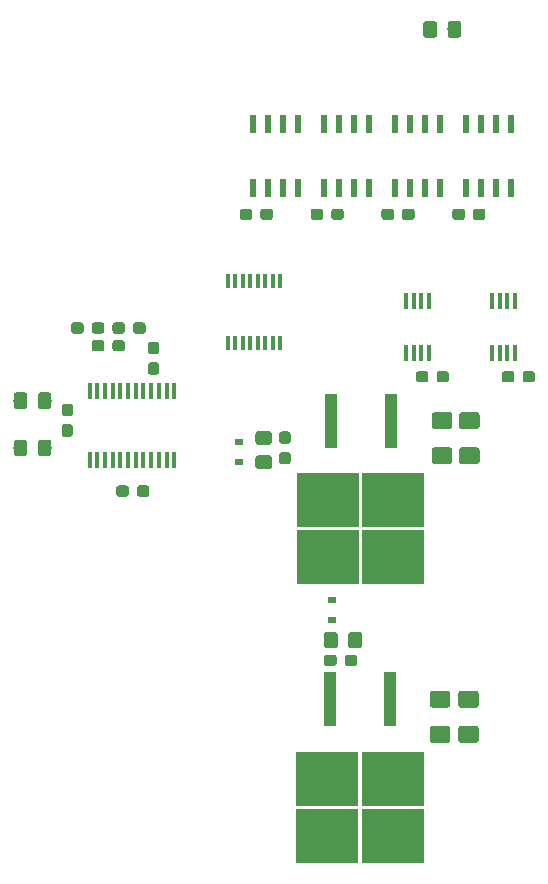
<source format=gbr>
G04 #@! TF.GenerationSoftware,KiCad,Pcbnew,5.0.2-bee76a0~70~ubuntu18.04.1*
G04 #@! TF.CreationDate,2019-10-10T22:37:19-05:00*
G04 #@! TF.ProjectId,nvmeter,6e766d65-7465-4722-9e6b-696361645f70,rev?*
G04 #@! TF.SameCoordinates,Original*
G04 #@! TF.FileFunction,Paste,Top*
G04 #@! TF.FilePolarity,Positive*
%FSLAX46Y46*%
G04 Gerber Fmt 4.6, Leading zero omitted, Abs format (unit mm)*
G04 Created by KiCad (PCBNEW 5.0.2-bee76a0~70~ubuntu18.04.1) date Thu 10 Oct 2019 10:37:19 PM CDT*
%MOMM*%
%LPD*%
G01*
G04 APERTURE LIST*
%ADD10C,0.100000*%
%ADD11C,0.950000*%
%ADD12C,1.150000*%
%ADD13C,1.425000*%
%ADD14R,0.450000X1.450000*%
%ADD15R,0.600000X1.550000*%
%ADD16R,0.400000X1.200000*%
%ADD17R,5.250000X4.550000*%
%ADD18R,1.100000X4.600000*%
%ADD19R,0.800000X0.600000*%
%ADD20R,0.449580X1.447800*%
G04 APERTURE END LIST*
D10*
G04 #@! TO.C,C2*
G36*
X69968898Y-51610930D02*
X69991953Y-51614349D01*
X70014562Y-51620013D01*
X70036506Y-51627865D01*
X70057576Y-51637830D01*
X70077567Y-51649812D01*
X70096287Y-51663696D01*
X70113557Y-51679348D01*
X70129209Y-51696618D01*
X70143093Y-51715338D01*
X70155075Y-51735329D01*
X70165040Y-51756399D01*
X70172892Y-51778343D01*
X70178556Y-51800952D01*
X70181975Y-51824007D01*
X70183119Y-51847286D01*
X70183119Y-52322286D01*
X70181975Y-52345565D01*
X70178556Y-52368620D01*
X70172892Y-52391229D01*
X70165040Y-52413173D01*
X70155075Y-52434243D01*
X70143093Y-52454234D01*
X70129209Y-52472954D01*
X70113557Y-52490224D01*
X70096287Y-52505876D01*
X70077567Y-52519760D01*
X70057576Y-52531742D01*
X70036506Y-52541707D01*
X70014562Y-52549559D01*
X69991953Y-52555223D01*
X69968898Y-52558642D01*
X69945619Y-52559786D01*
X69370619Y-52559786D01*
X69347340Y-52558642D01*
X69324285Y-52555223D01*
X69301676Y-52549559D01*
X69279732Y-52541707D01*
X69258662Y-52531742D01*
X69238671Y-52519760D01*
X69219951Y-52505876D01*
X69202681Y-52490224D01*
X69187029Y-52472954D01*
X69173145Y-52454234D01*
X69161163Y-52434243D01*
X69151198Y-52413173D01*
X69143346Y-52391229D01*
X69137682Y-52368620D01*
X69134263Y-52345565D01*
X69133119Y-52322286D01*
X69133119Y-51847286D01*
X69134263Y-51824007D01*
X69137682Y-51800952D01*
X69143346Y-51778343D01*
X69151198Y-51756399D01*
X69161163Y-51735329D01*
X69173145Y-51715338D01*
X69187029Y-51696618D01*
X69202681Y-51679348D01*
X69219951Y-51663696D01*
X69238671Y-51649812D01*
X69258662Y-51637830D01*
X69279732Y-51627865D01*
X69301676Y-51620013D01*
X69324285Y-51614349D01*
X69347340Y-51610930D01*
X69370619Y-51609786D01*
X69945619Y-51609786D01*
X69968898Y-51610930D01*
X69968898Y-51610930D01*
G37*
D11*
X69658119Y-52084786D03*
D10*
G36*
X68218898Y-51610930D02*
X68241953Y-51614349D01*
X68264562Y-51620013D01*
X68286506Y-51627865D01*
X68307576Y-51637830D01*
X68327567Y-51649812D01*
X68346287Y-51663696D01*
X68363557Y-51679348D01*
X68379209Y-51696618D01*
X68393093Y-51715338D01*
X68405075Y-51735329D01*
X68415040Y-51756399D01*
X68422892Y-51778343D01*
X68428556Y-51800952D01*
X68431975Y-51824007D01*
X68433119Y-51847286D01*
X68433119Y-52322286D01*
X68431975Y-52345565D01*
X68428556Y-52368620D01*
X68422892Y-52391229D01*
X68415040Y-52413173D01*
X68405075Y-52434243D01*
X68393093Y-52454234D01*
X68379209Y-52472954D01*
X68363557Y-52490224D01*
X68346287Y-52505876D01*
X68327567Y-52519760D01*
X68307576Y-52531742D01*
X68286506Y-52541707D01*
X68264562Y-52549559D01*
X68241953Y-52555223D01*
X68218898Y-52558642D01*
X68195619Y-52559786D01*
X67620619Y-52559786D01*
X67597340Y-52558642D01*
X67574285Y-52555223D01*
X67551676Y-52549559D01*
X67529732Y-52541707D01*
X67508662Y-52531742D01*
X67488671Y-52519760D01*
X67469951Y-52505876D01*
X67452681Y-52490224D01*
X67437029Y-52472954D01*
X67423145Y-52454234D01*
X67411163Y-52434243D01*
X67401198Y-52413173D01*
X67393346Y-52391229D01*
X67387682Y-52368620D01*
X67384263Y-52345565D01*
X67383119Y-52322286D01*
X67383119Y-51847286D01*
X67384263Y-51824007D01*
X67387682Y-51800952D01*
X67393346Y-51778343D01*
X67401198Y-51756399D01*
X67411163Y-51735329D01*
X67423145Y-51715338D01*
X67437029Y-51696618D01*
X67452681Y-51679348D01*
X67469951Y-51663696D01*
X67488671Y-51649812D01*
X67508662Y-51637830D01*
X67529732Y-51627865D01*
X67551676Y-51620013D01*
X67574285Y-51614349D01*
X67597340Y-51610930D01*
X67620619Y-51609786D01*
X68195619Y-51609786D01*
X68218898Y-51610930D01*
X68218898Y-51610930D01*
G37*
D11*
X67908119Y-52084786D03*
G04 #@! TD*
D10*
G04 #@! TO.C,C5*
G36*
X64028089Y-37844415D02*
X64051144Y-37847834D01*
X64073753Y-37853498D01*
X64095697Y-37861350D01*
X64116767Y-37871315D01*
X64136758Y-37883297D01*
X64155478Y-37897181D01*
X64172748Y-37912833D01*
X64188400Y-37930103D01*
X64202284Y-37948823D01*
X64214266Y-37968814D01*
X64224231Y-37989884D01*
X64232083Y-38011828D01*
X64237747Y-38034437D01*
X64241166Y-38057492D01*
X64242310Y-38080771D01*
X64242310Y-38555771D01*
X64241166Y-38579050D01*
X64237747Y-38602105D01*
X64232083Y-38624714D01*
X64224231Y-38646658D01*
X64214266Y-38667728D01*
X64202284Y-38687719D01*
X64188400Y-38706439D01*
X64172748Y-38723709D01*
X64155478Y-38739361D01*
X64136758Y-38753245D01*
X64116767Y-38765227D01*
X64095697Y-38775192D01*
X64073753Y-38783044D01*
X64051144Y-38788708D01*
X64028089Y-38792127D01*
X64004810Y-38793271D01*
X63429810Y-38793271D01*
X63406531Y-38792127D01*
X63383476Y-38788708D01*
X63360867Y-38783044D01*
X63338923Y-38775192D01*
X63317853Y-38765227D01*
X63297862Y-38753245D01*
X63279142Y-38739361D01*
X63261872Y-38723709D01*
X63246220Y-38706439D01*
X63232336Y-38687719D01*
X63220354Y-38667728D01*
X63210389Y-38646658D01*
X63202537Y-38624714D01*
X63196873Y-38602105D01*
X63193454Y-38579050D01*
X63192310Y-38555771D01*
X63192310Y-38080771D01*
X63193454Y-38057492D01*
X63196873Y-38034437D01*
X63202537Y-38011828D01*
X63210389Y-37989884D01*
X63220354Y-37968814D01*
X63232336Y-37948823D01*
X63246220Y-37930103D01*
X63261872Y-37912833D01*
X63279142Y-37897181D01*
X63297862Y-37883297D01*
X63317853Y-37871315D01*
X63338923Y-37861350D01*
X63360867Y-37853498D01*
X63383476Y-37847834D01*
X63406531Y-37844415D01*
X63429810Y-37843271D01*
X64004810Y-37843271D01*
X64028089Y-37844415D01*
X64028089Y-37844415D01*
G37*
D11*
X63717310Y-38318271D03*
D10*
G36*
X65778089Y-37844415D02*
X65801144Y-37847834D01*
X65823753Y-37853498D01*
X65845697Y-37861350D01*
X65866767Y-37871315D01*
X65886758Y-37883297D01*
X65905478Y-37897181D01*
X65922748Y-37912833D01*
X65938400Y-37930103D01*
X65952284Y-37948823D01*
X65964266Y-37968814D01*
X65974231Y-37989884D01*
X65982083Y-38011828D01*
X65987747Y-38034437D01*
X65991166Y-38057492D01*
X65992310Y-38080771D01*
X65992310Y-38555771D01*
X65991166Y-38579050D01*
X65987747Y-38602105D01*
X65982083Y-38624714D01*
X65974231Y-38646658D01*
X65964266Y-38667728D01*
X65952284Y-38687719D01*
X65938400Y-38706439D01*
X65922748Y-38723709D01*
X65905478Y-38739361D01*
X65886758Y-38753245D01*
X65866767Y-38765227D01*
X65845697Y-38775192D01*
X65823753Y-38783044D01*
X65801144Y-38788708D01*
X65778089Y-38792127D01*
X65754810Y-38793271D01*
X65179810Y-38793271D01*
X65156531Y-38792127D01*
X65133476Y-38788708D01*
X65110867Y-38783044D01*
X65088923Y-38775192D01*
X65067853Y-38765227D01*
X65047862Y-38753245D01*
X65029142Y-38739361D01*
X65011872Y-38723709D01*
X64996220Y-38706439D01*
X64982336Y-38687719D01*
X64970354Y-38667728D01*
X64960389Y-38646658D01*
X64952537Y-38624714D01*
X64946873Y-38602105D01*
X64943454Y-38579050D01*
X64942310Y-38555771D01*
X64942310Y-38080771D01*
X64943454Y-38057492D01*
X64946873Y-38034437D01*
X64952537Y-38011828D01*
X64960389Y-37989884D01*
X64970354Y-37968814D01*
X64982336Y-37948823D01*
X64996220Y-37930103D01*
X65011872Y-37912833D01*
X65029142Y-37897181D01*
X65047862Y-37883297D01*
X65067853Y-37871315D01*
X65088923Y-37861350D01*
X65110867Y-37853498D01*
X65133476Y-37847834D01*
X65156531Y-37844415D01*
X65179810Y-37843271D01*
X65754810Y-37843271D01*
X65778089Y-37844415D01*
X65778089Y-37844415D01*
G37*
D11*
X65467310Y-38318271D03*
G04 #@! TD*
D10*
G04 #@! TO.C,C6*
G36*
X58028089Y-37844415D02*
X58051144Y-37847834D01*
X58073753Y-37853498D01*
X58095697Y-37861350D01*
X58116767Y-37871315D01*
X58136758Y-37883297D01*
X58155478Y-37897181D01*
X58172748Y-37912833D01*
X58188400Y-37930103D01*
X58202284Y-37948823D01*
X58214266Y-37968814D01*
X58224231Y-37989884D01*
X58232083Y-38011828D01*
X58237747Y-38034437D01*
X58241166Y-38057492D01*
X58242310Y-38080771D01*
X58242310Y-38555771D01*
X58241166Y-38579050D01*
X58237747Y-38602105D01*
X58232083Y-38624714D01*
X58224231Y-38646658D01*
X58214266Y-38667728D01*
X58202284Y-38687719D01*
X58188400Y-38706439D01*
X58172748Y-38723709D01*
X58155478Y-38739361D01*
X58136758Y-38753245D01*
X58116767Y-38765227D01*
X58095697Y-38775192D01*
X58073753Y-38783044D01*
X58051144Y-38788708D01*
X58028089Y-38792127D01*
X58004810Y-38793271D01*
X57429810Y-38793271D01*
X57406531Y-38792127D01*
X57383476Y-38788708D01*
X57360867Y-38783044D01*
X57338923Y-38775192D01*
X57317853Y-38765227D01*
X57297862Y-38753245D01*
X57279142Y-38739361D01*
X57261872Y-38723709D01*
X57246220Y-38706439D01*
X57232336Y-38687719D01*
X57220354Y-38667728D01*
X57210389Y-38646658D01*
X57202537Y-38624714D01*
X57196873Y-38602105D01*
X57193454Y-38579050D01*
X57192310Y-38555771D01*
X57192310Y-38080771D01*
X57193454Y-38057492D01*
X57196873Y-38034437D01*
X57202537Y-38011828D01*
X57210389Y-37989884D01*
X57220354Y-37968814D01*
X57232336Y-37948823D01*
X57246220Y-37930103D01*
X57261872Y-37912833D01*
X57279142Y-37897181D01*
X57297862Y-37883297D01*
X57317853Y-37871315D01*
X57338923Y-37861350D01*
X57360867Y-37853498D01*
X57383476Y-37847834D01*
X57406531Y-37844415D01*
X57429810Y-37843271D01*
X58004810Y-37843271D01*
X58028089Y-37844415D01*
X58028089Y-37844415D01*
G37*
D11*
X57717310Y-38318271D03*
D10*
G36*
X59778089Y-37844415D02*
X59801144Y-37847834D01*
X59823753Y-37853498D01*
X59845697Y-37861350D01*
X59866767Y-37871315D01*
X59886758Y-37883297D01*
X59905478Y-37897181D01*
X59922748Y-37912833D01*
X59938400Y-37930103D01*
X59952284Y-37948823D01*
X59964266Y-37968814D01*
X59974231Y-37989884D01*
X59982083Y-38011828D01*
X59987747Y-38034437D01*
X59991166Y-38057492D01*
X59992310Y-38080771D01*
X59992310Y-38555771D01*
X59991166Y-38579050D01*
X59987747Y-38602105D01*
X59982083Y-38624714D01*
X59974231Y-38646658D01*
X59964266Y-38667728D01*
X59952284Y-38687719D01*
X59938400Y-38706439D01*
X59922748Y-38723709D01*
X59905478Y-38739361D01*
X59886758Y-38753245D01*
X59866767Y-38765227D01*
X59845697Y-38775192D01*
X59823753Y-38783044D01*
X59801144Y-38788708D01*
X59778089Y-38792127D01*
X59754810Y-38793271D01*
X59179810Y-38793271D01*
X59156531Y-38792127D01*
X59133476Y-38788708D01*
X59110867Y-38783044D01*
X59088923Y-38775192D01*
X59067853Y-38765227D01*
X59047862Y-38753245D01*
X59029142Y-38739361D01*
X59011872Y-38723709D01*
X58996220Y-38706439D01*
X58982336Y-38687719D01*
X58970354Y-38667728D01*
X58960389Y-38646658D01*
X58952537Y-38624714D01*
X58946873Y-38602105D01*
X58943454Y-38579050D01*
X58942310Y-38555771D01*
X58942310Y-38080771D01*
X58943454Y-38057492D01*
X58946873Y-38034437D01*
X58952537Y-38011828D01*
X58960389Y-37989884D01*
X58970354Y-37968814D01*
X58982336Y-37948823D01*
X58996220Y-37930103D01*
X59011872Y-37912833D01*
X59029142Y-37897181D01*
X59047862Y-37883297D01*
X59067853Y-37871315D01*
X59088923Y-37861350D01*
X59110867Y-37853498D01*
X59133476Y-37847834D01*
X59156531Y-37844415D01*
X59179810Y-37843271D01*
X59754810Y-37843271D01*
X59778089Y-37844415D01*
X59778089Y-37844415D01*
G37*
D11*
X59467310Y-38318271D03*
G04 #@! TD*
D10*
G04 #@! TO.C,C53*
G36*
X37003126Y-47477401D02*
X37026181Y-47480820D01*
X37048790Y-47486484D01*
X37070734Y-47494336D01*
X37091804Y-47504301D01*
X37111795Y-47516283D01*
X37130515Y-47530167D01*
X37147785Y-47545819D01*
X37163437Y-47563089D01*
X37177321Y-47581809D01*
X37189303Y-47601800D01*
X37199268Y-47622870D01*
X37207120Y-47644814D01*
X37212784Y-47667423D01*
X37216203Y-47690478D01*
X37217347Y-47713757D01*
X37217347Y-48188757D01*
X37216203Y-48212036D01*
X37212784Y-48235091D01*
X37207120Y-48257700D01*
X37199268Y-48279644D01*
X37189303Y-48300714D01*
X37177321Y-48320705D01*
X37163437Y-48339425D01*
X37147785Y-48356695D01*
X37130515Y-48372347D01*
X37111795Y-48386231D01*
X37091804Y-48398213D01*
X37070734Y-48408178D01*
X37048790Y-48416030D01*
X37026181Y-48421694D01*
X37003126Y-48425113D01*
X36979847Y-48426257D01*
X36404847Y-48426257D01*
X36381568Y-48425113D01*
X36358513Y-48421694D01*
X36335904Y-48416030D01*
X36313960Y-48408178D01*
X36292890Y-48398213D01*
X36272899Y-48386231D01*
X36254179Y-48372347D01*
X36236909Y-48356695D01*
X36221257Y-48339425D01*
X36207373Y-48320705D01*
X36195391Y-48300714D01*
X36185426Y-48279644D01*
X36177574Y-48257700D01*
X36171910Y-48235091D01*
X36168491Y-48212036D01*
X36167347Y-48188757D01*
X36167347Y-47713757D01*
X36168491Y-47690478D01*
X36171910Y-47667423D01*
X36177574Y-47644814D01*
X36185426Y-47622870D01*
X36195391Y-47601800D01*
X36207373Y-47581809D01*
X36221257Y-47563089D01*
X36236909Y-47545819D01*
X36254179Y-47530167D01*
X36272899Y-47516283D01*
X36292890Y-47504301D01*
X36313960Y-47494336D01*
X36335904Y-47486484D01*
X36358513Y-47480820D01*
X36381568Y-47477401D01*
X36404847Y-47476257D01*
X36979847Y-47476257D01*
X37003126Y-47477401D01*
X37003126Y-47477401D01*
G37*
D11*
X36692347Y-47951257D03*
D10*
G36*
X35253126Y-47477401D02*
X35276181Y-47480820D01*
X35298790Y-47486484D01*
X35320734Y-47494336D01*
X35341804Y-47504301D01*
X35361795Y-47516283D01*
X35380515Y-47530167D01*
X35397785Y-47545819D01*
X35413437Y-47563089D01*
X35427321Y-47581809D01*
X35439303Y-47601800D01*
X35449268Y-47622870D01*
X35457120Y-47644814D01*
X35462784Y-47667423D01*
X35466203Y-47690478D01*
X35467347Y-47713757D01*
X35467347Y-48188757D01*
X35466203Y-48212036D01*
X35462784Y-48235091D01*
X35457120Y-48257700D01*
X35449268Y-48279644D01*
X35439303Y-48300714D01*
X35427321Y-48320705D01*
X35413437Y-48339425D01*
X35397785Y-48356695D01*
X35380515Y-48372347D01*
X35361795Y-48386231D01*
X35341804Y-48398213D01*
X35320734Y-48408178D01*
X35298790Y-48416030D01*
X35276181Y-48421694D01*
X35253126Y-48425113D01*
X35229847Y-48426257D01*
X34654847Y-48426257D01*
X34631568Y-48425113D01*
X34608513Y-48421694D01*
X34585904Y-48416030D01*
X34563960Y-48408178D01*
X34542890Y-48398213D01*
X34522899Y-48386231D01*
X34504179Y-48372347D01*
X34486909Y-48356695D01*
X34471257Y-48339425D01*
X34457373Y-48320705D01*
X34445391Y-48300714D01*
X34435426Y-48279644D01*
X34427574Y-48257700D01*
X34421910Y-48235091D01*
X34418491Y-48212036D01*
X34417347Y-48188757D01*
X34417347Y-47713757D01*
X34418491Y-47690478D01*
X34421910Y-47667423D01*
X34427574Y-47644814D01*
X34435426Y-47622870D01*
X34445391Y-47601800D01*
X34457373Y-47581809D01*
X34471257Y-47563089D01*
X34486909Y-47545819D01*
X34504179Y-47530167D01*
X34522899Y-47516283D01*
X34542890Y-47504301D01*
X34563960Y-47494336D01*
X34585904Y-47486484D01*
X34608513Y-47480820D01*
X34631568Y-47477401D01*
X34654847Y-47476257D01*
X35229847Y-47476257D01*
X35253126Y-47477401D01*
X35253126Y-47477401D01*
G37*
D11*
X34942347Y-47951257D03*
G04 #@! TD*
D10*
G04 #@! TO.C,C1*
G36*
X62689321Y-51612038D02*
X62712376Y-51615457D01*
X62734985Y-51621121D01*
X62756929Y-51628973D01*
X62777999Y-51638938D01*
X62797990Y-51650920D01*
X62816710Y-51664804D01*
X62833980Y-51680456D01*
X62849632Y-51697726D01*
X62863516Y-51716446D01*
X62875498Y-51736437D01*
X62885463Y-51757507D01*
X62893315Y-51779451D01*
X62898979Y-51802060D01*
X62902398Y-51825115D01*
X62903542Y-51848394D01*
X62903542Y-52323394D01*
X62902398Y-52346673D01*
X62898979Y-52369728D01*
X62893315Y-52392337D01*
X62885463Y-52414281D01*
X62875498Y-52435351D01*
X62863516Y-52455342D01*
X62849632Y-52474062D01*
X62833980Y-52491332D01*
X62816710Y-52506984D01*
X62797990Y-52520868D01*
X62777999Y-52532850D01*
X62756929Y-52542815D01*
X62734985Y-52550667D01*
X62712376Y-52556331D01*
X62689321Y-52559750D01*
X62666042Y-52560894D01*
X62091042Y-52560894D01*
X62067763Y-52559750D01*
X62044708Y-52556331D01*
X62022099Y-52550667D01*
X62000155Y-52542815D01*
X61979085Y-52532850D01*
X61959094Y-52520868D01*
X61940374Y-52506984D01*
X61923104Y-52491332D01*
X61907452Y-52474062D01*
X61893568Y-52455342D01*
X61881586Y-52435351D01*
X61871621Y-52414281D01*
X61863769Y-52392337D01*
X61858105Y-52369728D01*
X61854686Y-52346673D01*
X61853542Y-52323394D01*
X61853542Y-51848394D01*
X61854686Y-51825115D01*
X61858105Y-51802060D01*
X61863769Y-51779451D01*
X61871621Y-51757507D01*
X61881586Y-51736437D01*
X61893568Y-51716446D01*
X61907452Y-51697726D01*
X61923104Y-51680456D01*
X61940374Y-51664804D01*
X61959094Y-51650920D01*
X61979085Y-51638938D01*
X62000155Y-51628973D01*
X62022099Y-51621121D01*
X62044708Y-51615457D01*
X62067763Y-51612038D01*
X62091042Y-51610894D01*
X62666042Y-51610894D01*
X62689321Y-51612038D01*
X62689321Y-51612038D01*
G37*
D11*
X62378542Y-52085894D03*
D10*
G36*
X60939321Y-51612038D02*
X60962376Y-51615457D01*
X60984985Y-51621121D01*
X61006929Y-51628973D01*
X61027999Y-51638938D01*
X61047990Y-51650920D01*
X61066710Y-51664804D01*
X61083980Y-51680456D01*
X61099632Y-51697726D01*
X61113516Y-51716446D01*
X61125498Y-51736437D01*
X61135463Y-51757507D01*
X61143315Y-51779451D01*
X61148979Y-51802060D01*
X61152398Y-51825115D01*
X61153542Y-51848394D01*
X61153542Y-52323394D01*
X61152398Y-52346673D01*
X61148979Y-52369728D01*
X61143315Y-52392337D01*
X61135463Y-52414281D01*
X61125498Y-52435351D01*
X61113516Y-52455342D01*
X61099632Y-52474062D01*
X61083980Y-52491332D01*
X61066710Y-52506984D01*
X61047990Y-52520868D01*
X61027999Y-52532850D01*
X61006929Y-52542815D01*
X60984985Y-52550667D01*
X60962376Y-52556331D01*
X60939321Y-52559750D01*
X60916042Y-52560894D01*
X60341042Y-52560894D01*
X60317763Y-52559750D01*
X60294708Y-52556331D01*
X60272099Y-52550667D01*
X60250155Y-52542815D01*
X60229085Y-52532850D01*
X60209094Y-52520868D01*
X60190374Y-52506984D01*
X60173104Y-52491332D01*
X60157452Y-52474062D01*
X60143568Y-52455342D01*
X60131586Y-52435351D01*
X60121621Y-52414281D01*
X60113769Y-52392337D01*
X60108105Y-52369728D01*
X60104686Y-52346673D01*
X60103542Y-52323394D01*
X60103542Y-51848394D01*
X60104686Y-51825115D01*
X60108105Y-51802060D01*
X60113769Y-51779451D01*
X60121621Y-51757507D01*
X60131586Y-51736437D01*
X60143568Y-51716446D01*
X60157452Y-51697726D01*
X60173104Y-51680456D01*
X60190374Y-51664804D01*
X60209094Y-51650920D01*
X60229085Y-51638938D01*
X60250155Y-51628973D01*
X60272099Y-51621121D01*
X60294708Y-51615457D01*
X60317763Y-51612038D01*
X60341042Y-51610894D01*
X60916042Y-51610894D01*
X60939321Y-51612038D01*
X60939321Y-51612038D01*
G37*
D11*
X60628542Y-52085894D03*
G04 #@! TD*
D10*
G04 #@! TO.C,C51*
G36*
X33503126Y-47477401D02*
X33526181Y-47480820D01*
X33548790Y-47486484D01*
X33570734Y-47494336D01*
X33591804Y-47504301D01*
X33611795Y-47516283D01*
X33630515Y-47530167D01*
X33647785Y-47545819D01*
X33663437Y-47563089D01*
X33677321Y-47581809D01*
X33689303Y-47601800D01*
X33699268Y-47622870D01*
X33707120Y-47644814D01*
X33712784Y-47667423D01*
X33716203Y-47690478D01*
X33717347Y-47713757D01*
X33717347Y-48188757D01*
X33716203Y-48212036D01*
X33712784Y-48235091D01*
X33707120Y-48257700D01*
X33699268Y-48279644D01*
X33689303Y-48300714D01*
X33677321Y-48320705D01*
X33663437Y-48339425D01*
X33647785Y-48356695D01*
X33630515Y-48372347D01*
X33611795Y-48386231D01*
X33591804Y-48398213D01*
X33570734Y-48408178D01*
X33548790Y-48416030D01*
X33526181Y-48421694D01*
X33503126Y-48425113D01*
X33479847Y-48426257D01*
X32904847Y-48426257D01*
X32881568Y-48425113D01*
X32858513Y-48421694D01*
X32835904Y-48416030D01*
X32813960Y-48408178D01*
X32792890Y-48398213D01*
X32772899Y-48386231D01*
X32754179Y-48372347D01*
X32736909Y-48356695D01*
X32721257Y-48339425D01*
X32707373Y-48320705D01*
X32695391Y-48300714D01*
X32685426Y-48279644D01*
X32677574Y-48257700D01*
X32671910Y-48235091D01*
X32668491Y-48212036D01*
X32667347Y-48188757D01*
X32667347Y-47713757D01*
X32668491Y-47690478D01*
X32671910Y-47667423D01*
X32677574Y-47644814D01*
X32685426Y-47622870D01*
X32695391Y-47601800D01*
X32707373Y-47581809D01*
X32721257Y-47563089D01*
X32736909Y-47545819D01*
X32754179Y-47530167D01*
X32772899Y-47516283D01*
X32792890Y-47504301D01*
X32813960Y-47494336D01*
X32835904Y-47486484D01*
X32858513Y-47480820D01*
X32881568Y-47477401D01*
X32904847Y-47476257D01*
X33479847Y-47476257D01*
X33503126Y-47477401D01*
X33503126Y-47477401D01*
G37*
D11*
X33192347Y-47951257D03*
D10*
G36*
X31753126Y-47477401D02*
X31776181Y-47480820D01*
X31798790Y-47486484D01*
X31820734Y-47494336D01*
X31841804Y-47504301D01*
X31861795Y-47516283D01*
X31880515Y-47530167D01*
X31897785Y-47545819D01*
X31913437Y-47563089D01*
X31927321Y-47581809D01*
X31939303Y-47601800D01*
X31949268Y-47622870D01*
X31957120Y-47644814D01*
X31962784Y-47667423D01*
X31966203Y-47690478D01*
X31967347Y-47713757D01*
X31967347Y-48188757D01*
X31966203Y-48212036D01*
X31962784Y-48235091D01*
X31957120Y-48257700D01*
X31949268Y-48279644D01*
X31939303Y-48300714D01*
X31927321Y-48320705D01*
X31913437Y-48339425D01*
X31897785Y-48356695D01*
X31880515Y-48372347D01*
X31861795Y-48386231D01*
X31841804Y-48398213D01*
X31820734Y-48408178D01*
X31798790Y-48416030D01*
X31776181Y-48421694D01*
X31753126Y-48425113D01*
X31729847Y-48426257D01*
X31154847Y-48426257D01*
X31131568Y-48425113D01*
X31108513Y-48421694D01*
X31085904Y-48416030D01*
X31063960Y-48408178D01*
X31042890Y-48398213D01*
X31022899Y-48386231D01*
X31004179Y-48372347D01*
X30986909Y-48356695D01*
X30971257Y-48339425D01*
X30957373Y-48320705D01*
X30945391Y-48300714D01*
X30935426Y-48279644D01*
X30927574Y-48257700D01*
X30921910Y-48235091D01*
X30918491Y-48212036D01*
X30917347Y-48188757D01*
X30917347Y-47713757D01*
X30918491Y-47690478D01*
X30921910Y-47667423D01*
X30927574Y-47644814D01*
X30935426Y-47622870D01*
X30945391Y-47601800D01*
X30957373Y-47581809D01*
X30971257Y-47563089D01*
X30986909Y-47545819D01*
X31004179Y-47530167D01*
X31022899Y-47516283D01*
X31042890Y-47504301D01*
X31063960Y-47494336D01*
X31085904Y-47486484D01*
X31108513Y-47480820D01*
X31131568Y-47477401D01*
X31154847Y-47476257D01*
X31729847Y-47476257D01*
X31753126Y-47477401D01*
X31753126Y-47477401D01*
G37*
D11*
X31442347Y-47951257D03*
G04 #@! TD*
D10*
G04 #@! TO.C,C48*
G36*
X38150706Y-49103461D02*
X38173761Y-49106880D01*
X38196370Y-49112544D01*
X38218314Y-49120396D01*
X38239384Y-49130361D01*
X38259375Y-49142343D01*
X38278095Y-49156227D01*
X38295365Y-49171879D01*
X38311017Y-49189149D01*
X38324901Y-49207869D01*
X38336883Y-49227860D01*
X38346848Y-49248930D01*
X38354700Y-49270874D01*
X38360364Y-49293483D01*
X38363783Y-49316538D01*
X38364927Y-49339817D01*
X38364927Y-49914817D01*
X38363783Y-49938096D01*
X38360364Y-49961151D01*
X38354700Y-49983760D01*
X38346848Y-50005704D01*
X38336883Y-50026774D01*
X38324901Y-50046765D01*
X38311017Y-50065485D01*
X38295365Y-50082755D01*
X38278095Y-50098407D01*
X38259375Y-50112291D01*
X38239384Y-50124273D01*
X38218314Y-50134238D01*
X38196370Y-50142090D01*
X38173761Y-50147754D01*
X38150706Y-50151173D01*
X38127427Y-50152317D01*
X37652427Y-50152317D01*
X37629148Y-50151173D01*
X37606093Y-50147754D01*
X37583484Y-50142090D01*
X37561540Y-50134238D01*
X37540470Y-50124273D01*
X37520479Y-50112291D01*
X37501759Y-50098407D01*
X37484489Y-50082755D01*
X37468837Y-50065485D01*
X37454953Y-50046765D01*
X37442971Y-50026774D01*
X37433006Y-50005704D01*
X37425154Y-49983760D01*
X37419490Y-49961151D01*
X37416071Y-49938096D01*
X37414927Y-49914817D01*
X37414927Y-49339817D01*
X37416071Y-49316538D01*
X37419490Y-49293483D01*
X37425154Y-49270874D01*
X37433006Y-49248930D01*
X37442971Y-49227860D01*
X37454953Y-49207869D01*
X37468837Y-49189149D01*
X37484489Y-49171879D01*
X37501759Y-49156227D01*
X37520479Y-49142343D01*
X37540470Y-49130361D01*
X37561540Y-49120396D01*
X37583484Y-49112544D01*
X37606093Y-49106880D01*
X37629148Y-49103461D01*
X37652427Y-49102317D01*
X38127427Y-49102317D01*
X38150706Y-49103461D01*
X38150706Y-49103461D01*
G37*
D11*
X37889927Y-49627317D03*
D10*
G36*
X38150706Y-50853461D02*
X38173761Y-50856880D01*
X38196370Y-50862544D01*
X38218314Y-50870396D01*
X38239384Y-50880361D01*
X38259375Y-50892343D01*
X38278095Y-50906227D01*
X38295365Y-50921879D01*
X38311017Y-50939149D01*
X38324901Y-50957869D01*
X38336883Y-50977860D01*
X38346848Y-50998930D01*
X38354700Y-51020874D01*
X38360364Y-51043483D01*
X38363783Y-51066538D01*
X38364927Y-51089817D01*
X38364927Y-51664817D01*
X38363783Y-51688096D01*
X38360364Y-51711151D01*
X38354700Y-51733760D01*
X38346848Y-51755704D01*
X38336883Y-51776774D01*
X38324901Y-51796765D01*
X38311017Y-51815485D01*
X38295365Y-51832755D01*
X38278095Y-51848407D01*
X38259375Y-51862291D01*
X38239384Y-51874273D01*
X38218314Y-51884238D01*
X38196370Y-51892090D01*
X38173761Y-51897754D01*
X38150706Y-51901173D01*
X38127427Y-51902317D01*
X37652427Y-51902317D01*
X37629148Y-51901173D01*
X37606093Y-51897754D01*
X37583484Y-51892090D01*
X37561540Y-51884238D01*
X37540470Y-51874273D01*
X37520479Y-51862291D01*
X37501759Y-51848407D01*
X37484489Y-51832755D01*
X37468837Y-51815485D01*
X37454953Y-51796765D01*
X37442971Y-51776774D01*
X37433006Y-51755704D01*
X37425154Y-51733760D01*
X37419490Y-51711151D01*
X37416071Y-51688096D01*
X37414927Y-51664817D01*
X37414927Y-51089817D01*
X37416071Y-51066538D01*
X37419490Y-51043483D01*
X37425154Y-51020874D01*
X37433006Y-50998930D01*
X37442971Y-50977860D01*
X37454953Y-50957869D01*
X37468837Y-50939149D01*
X37484489Y-50921879D01*
X37501759Y-50906227D01*
X37520479Y-50892343D01*
X37540470Y-50880361D01*
X37561540Y-50870396D01*
X37583484Y-50862544D01*
X37606093Y-50856880D01*
X37629148Y-50853461D01*
X37652427Y-50852317D01*
X38127427Y-50852317D01*
X38150706Y-50853461D01*
X38150706Y-50853461D01*
G37*
D11*
X37889927Y-51377317D03*
G04 #@! TD*
D10*
G04 #@! TO.C,C46*
G36*
X46028089Y-37844415D02*
X46051144Y-37847834D01*
X46073753Y-37853498D01*
X46095697Y-37861350D01*
X46116767Y-37871315D01*
X46136758Y-37883297D01*
X46155478Y-37897181D01*
X46172748Y-37912833D01*
X46188400Y-37930103D01*
X46202284Y-37948823D01*
X46214266Y-37968814D01*
X46224231Y-37989884D01*
X46232083Y-38011828D01*
X46237747Y-38034437D01*
X46241166Y-38057492D01*
X46242310Y-38080771D01*
X46242310Y-38555771D01*
X46241166Y-38579050D01*
X46237747Y-38602105D01*
X46232083Y-38624714D01*
X46224231Y-38646658D01*
X46214266Y-38667728D01*
X46202284Y-38687719D01*
X46188400Y-38706439D01*
X46172748Y-38723709D01*
X46155478Y-38739361D01*
X46136758Y-38753245D01*
X46116767Y-38765227D01*
X46095697Y-38775192D01*
X46073753Y-38783044D01*
X46051144Y-38788708D01*
X46028089Y-38792127D01*
X46004810Y-38793271D01*
X45429810Y-38793271D01*
X45406531Y-38792127D01*
X45383476Y-38788708D01*
X45360867Y-38783044D01*
X45338923Y-38775192D01*
X45317853Y-38765227D01*
X45297862Y-38753245D01*
X45279142Y-38739361D01*
X45261872Y-38723709D01*
X45246220Y-38706439D01*
X45232336Y-38687719D01*
X45220354Y-38667728D01*
X45210389Y-38646658D01*
X45202537Y-38624714D01*
X45196873Y-38602105D01*
X45193454Y-38579050D01*
X45192310Y-38555771D01*
X45192310Y-38080771D01*
X45193454Y-38057492D01*
X45196873Y-38034437D01*
X45202537Y-38011828D01*
X45210389Y-37989884D01*
X45220354Y-37968814D01*
X45232336Y-37948823D01*
X45246220Y-37930103D01*
X45261872Y-37912833D01*
X45279142Y-37897181D01*
X45297862Y-37883297D01*
X45317853Y-37871315D01*
X45338923Y-37861350D01*
X45360867Y-37853498D01*
X45383476Y-37847834D01*
X45406531Y-37844415D01*
X45429810Y-37843271D01*
X46004810Y-37843271D01*
X46028089Y-37844415D01*
X46028089Y-37844415D01*
G37*
D11*
X45717310Y-38318271D03*
D10*
G36*
X47778089Y-37844415D02*
X47801144Y-37847834D01*
X47823753Y-37853498D01*
X47845697Y-37861350D01*
X47866767Y-37871315D01*
X47886758Y-37883297D01*
X47905478Y-37897181D01*
X47922748Y-37912833D01*
X47938400Y-37930103D01*
X47952284Y-37948823D01*
X47964266Y-37968814D01*
X47974231Y-37989884D01*
X47982083Y-38011828D01*
X47987747Y-38034437D01*
X47991166Y-38057492D01*
X47992310Y-38080771D01*
X47992310Y-38555771D01*
X47991166Y-38579050D01*
X47987747Y-38602105D01*
X47982083Y-38624714D01*
X47974231Y-38646658D01*
X47964266Y-38667728D01*
X47952284Y-38687719D01*
X47938400Y-38706439D01*
X47922748Y-38723709D01*
X47905478Y-38739361D01*
X47886758Y-38753245D01*
X47866767Y-38765227D01*
X47845697Y-38775192D01*
X47823753Y-38783044D01*
X47801144Y-38788708D01*
X47778089Y-38792127D01*
X47754810Y-38793271D01*
X47179810Y-38793271D01*
X47156531Y-38792127D01*
X47133476Y-38788708D01*
X47110867Y-38783044D01*
X47088923Y-38775192D01*
X47067853Y-38765227D01*
X47047862Y-38753245D01*
X47029142Y-38739361D01*
X47011872Y-38723709D01*
X46996220Y-38706439D01*
X46982336Y-38687719D01*
X46970354Y-38667728D01*
X46960389Y-38646658D01*
X46952537Y-38624714D01*
X46946873Y-38602105D01*
X46943454Y-38579050D01*
X46942310Y-38555771D01*
X46942310Y-38080771D01*
X46943454Y-38057492D01*
X46946873Y-38034437D01*
X46952537Y-38011828D01*
X46960389Y-37989884D01*
X46970354Y-37968814D01*
X46982336Y-37948823D01*
X46996220Y-37930103D01*
X47011872Y-37912833D01*
X47029142Y-37897181D01*
X47047862Y-37883297D01*
X47067853Y-37871315D01*
X47088923Y-37861350D01*
X47110867Y-37853498D01*
X47133476Y-37847834D01*
X47156531Y-37844415D01*
X47179810Y-37843271D01*
X47754810Y-37843271D01*
X47778089Y-37844415D01*
X47778089Y-37844415D01*
G37*
D11*
X47467310Y-38318271D03*
G04 #@! TD*
D10*
G04 #@! TO.C,C45*
G36*
X53778089Y-37844415D02*
X53801144Y-37847834D01*
X53823753Y-37853498D01*
X53845697Y-37861350D01*
X53866767Y-37871315D01*
X53886758Y-37883297D01*
X53905478Y-37897181D01*
X53922748Y-37912833D01*
X53938400Y-37930103D01*
X53952284Y-37948823D01*
X53964266Y-37968814D01*
X53974231Y-37989884D01*
X53982083Y-38011828D01*
X53987747Y-38034437D01*
X53991166Y-38057492D01*
X53992310Y-38080771D01*
X53992310Y-38555771D01*
X53991166Y-38579050D01*
X53987747Y-38602105D01*
X53982083Y-38624714D01*
X53974231Y-38646658D01*
X53964266Y-38667728D01*
X53952284Y-38687719D01*
X53938400Y-38706439D01*
X53922748Y-38723709D01*
X53905478Y-38739361D01*
X53886758Y-38753245D01*
X53866767Y-38765227D01*
X53845697Y-38775192D01*
X53823753Y-38783044D01*
X53801144Y-38788708D01*
X53778089Y-38792127D01*
X53754810Y-38793271D01*
X53179810Y-38793271D01*
X53156531Y-38792127D01*
X53133476Y-38788708D01*
X53110867Y-38783044D01*
X53088923Y-38775192D01*
X53067853Y-38765227D01*
X53047862Y-38753245D01*
X53029142Y-38739361D01*
X53011872Y-38723709D01*
X52996220Y-38706439D01*
X52982336Y-38687719D01*
X52970354Y-38667728D01*
X52960389Y-38646658D01*
X52952537Y-38624714D01*
X52946873Y-38602105D01*
X52943454Y-38579050D01*
X52942310Y-38555771D01*
X52942310Y-38080771D01*
X52943454Y-38057492D01*
X52946873Y-38034437D01*
X52952537Y-38011828D01*
X52960389Y-37989884D01*
X52970354Y-37968814D01*
X52982336Y-37948823D01*
X52996220Y-37930103D01*
X53011872Y-37912833D01*
X53029142Y-37897181D01*
X53047862Y-37883297D01*
X53067853Y-37871315D01*
X53088923Y-37861350D01*
X53110867Y-37853498D01*
X53133476Y-37847834D01*
X53156531Y-37844415D01*
X53179810Y-37843271D01*
X53754810Y-37843271D01*
X53778089Y-37844415D01*
X53778089Y-37844415D01*
G37*
D11*
X53467310Y-38318271D03*
D10*
G36*
X52028089Y-37844415D02*
X52051144Y-37847834D01*
X52073753Y-37853498D01*
X52095697Y-37861350D01*
X52116767Y-37871315D01*
X52136758Y-37883297D01*
X52155478Y-37897181D01*
X52172748Y-37912833D01*
X52188400Y-37930103D01*
X52202284Y-37948823D01*
X52214266Y-37968814D01*
X52224231Y-37989884D01*
X52232083Y-38011828D01*
X52237747Y-38034437D01*
X52241166Y-38057492D01*
X52242310Y-38080771D01*
X52242310Y-38555771D01*
X52241166Y-38579050D01*
X52237747Y-38602105D01*
X52232083Y-38624714D01*
X52224231Y-38646658D01*
X52214266Y-38667728D01*
X52202284Y-38687719D01*
X52188400Y-38706439D01*
X52172748Y-38723709D01*
X52155478Y-38739361D01*
X52136758Y-38753245D01*
X52116767Y-38765227D01*
X52095697Y-38775192D01*
X52073753Y-38783044D01*
X52051144Y-38788708D01*
X52028089Y-38792127D01*
X52004810Y-38793271D01*
X51429810Y-38793271D01*
X51406531Y-38792127D01*
X51383476Y-38788708D01*
X51360867Y-38783044D01*
X51338923Y-38775192D01*
X51317853Y-38765227D01*
X51297862Y-38753245D01*
X51279142Y-38739361D01*
X51261872Y-38723709D01*
X51246220Y-38706439D01*
X51232336Y-38687719D01*
X51220354Y-38667728D01*
X51210389Y-38646658D01*
X51202537Y-38624714D01*
X51196873Y-38602105D01*
X51193454Y-38579050D01*
X51192310Y-38555771D01*
X51192310Y-38080771D01*
X51193454Y-38057492D01*
X51196873Y-38034437D01*
X51202537Y-38011828D01*
X51210389Y-37989884D01*
X51220354Y-37968814D01*
X51232336Y-37948823D01*
X51246220Y-37930103D01*
X51261872Y-37912833D01*
X51279142Y-37897181D01*
X51297862Y-37883297D01*
X51317853Y-37871315D01*
X51338923Y-37861350D01*
X51360867Y-37853498D01*
X51383476Y-37847834D01*
X51406531Y-37844415D01*
X51429810Y-37843271D01*
X52004810Y-37843271D01*
X52028089Y-37844415D01*
X52028089Y-37844415D01*
G37*
D11*
X51717310Y-38318271D03*
G04 #@! TD*
D10*
G04 #@! TO.C,C21*
G36*
X49281392Y-58455650D02*
X49304447Y-58459069D01*
X49327056Y-58464733D01*
X49349000Y-58472585D01*
X49370070Y-58482550D01*
X49390061Y-58494532D01*
X49408781Y-58508416D01*
X49426051Y-58524068D01*
X49441703Y-58541338D01*
X49455587Y-58560058D01*
X49467569Y-58580049D01*
X49477534Y-58601119D01*
X49485386Y-58623063D01*
X49491050Y-58645672D01*
X49494469Y-58668727D01*
X49495613Y-58692006D01*
X49495613Y-59267006D01*
X49494469Y-59290285D01*
X49491050Y-59313340D01*
X49485386Y-59335949D01*
X49477534Y-59357893D01*
X49467569Y-59378963D01*
X49455587Y-59398954D01*
X49441703Y-59417674D01*
X49426051Y-59434944D01*
X49408781Y-59450596D01*
X49390061Y-59464480D01*
X49370070Y-59476462D01*
X49349000Y-59486427D01*
X49327056Y-59494279D01*
X49304447Y-59499943D01*
X49281392Y-59503362D01*
X49258113Y-59504506D01*
X48783113Y-59504506D01*
X48759834Y-59503362D01*
X48736779Y-59499943D01*
X48714170Y-59494279D01*
X48692226Y-59486427D01*
X48671156Y-59476462D01*
X48651165Y-59464480D01*
X48632445Y-59450596D01*
X48615175Y-59434944D01*
X48599523Y-59417674D01*
X48585639Y-59398954D01*
X48573657Y-59378963D01*
X48563692Y-59357893D01*
X48555840Y-59335949D01*
X48550176Y-59313340D01*
X48546757Y-59290285D01*
X48545613Y-59267006D01*
X48545613Y-58692006D01*
X48546757Y-58668727D01*
X48550176Y-58645672D01*
X48555840Y-58623063D01*
X48563692Y-58601119D01*
X48573657Y-58580049D01*
X48585639Y-58560058D01*
X48599523Y-58541338D01*
X48615175Y-58524068D01*
X48632445Y-58508416D01*
X48651165Y-58494532D01*
X48671156Y-58482550D01*
X48692226Y-58472585D01*
X48714170Y-58464733D01*
X48736779Y-58459069D01*
X48759834Y-58455650D01*
X48783113Y-58454506D01*
X49258113Y-58454506D01*
X49281392Y-58455650D01*
X49281392Y-58455650D01*
G37*
D11*
X49020613Y-58979506D03*
D10*
G36*
X49281392Y-56705650D02*
X49304447Y-56709069D01*
X49327056Y-56714733D01*
X49349000Y-56722585D01*
X49370070Y-56732550D01*
X49390061Y-56744532D01*
X49408781Y-56758416D01*
X49426051Y-56774068D01*
X49441703Y-56791338D01*
X49455587Y-56810058D01*
X49467569Y-56830049D01*
X49477534Y-56851119D01*
X49485386Y-56873063D01*
X49491050Y-56895672D01*
X49494469Y-56918727D01*
X49495613Y-56942006D01*
X49495613Y-57517006D01*
X49494469Y-57540285D01*
X49491050Y-57563340D01*
X49485386Y-57585949D01*
X49477534Y-57607893D01*
X49467569Y-57628963D01*
X49455587Y-57648954D01*
X49441703Y-57667674D01*
X49426051Y-57684944D01*
X49408781Y-57700596D01*
X49390061Y-57714480D01*
X49370070Y-57726462D01*
X49349000Y-57736427D01*
X49327056Y-57744279D01*
X49304447Y-57749943D01*
X49281392Y-57753362D01*
X49258113Y-57754506D01*
X48783113Y-57754506D01*
X48759834Y-57753362D01*
X48736779Y-57749943D01*
X48714170Y-57744279D01*
X48692226Y-57736427D01*
X48671156Y-57726462D01*
X48651165Y-57714480D01*
X48632445Y-57700596D01*
X48615175Y-57684944D01*
X48599523Y-57667674D01*
X48585639Y-57648954D01*
X48573657Y-57628963D01*
X48563692Y-57607893D01*
X48555840Y-57585949D01*
X48550176Y-57563340D01*
X48546757Y-57540285D01*
X48545613Y-57517006D01*
X48545613Y-56942006D01*
X48546757Y-56918727D01*
X48550176Y-56895672D01*
X48555840Y-56873063D01*
X48563692Y-56851119D01*
X48573657Y-56830049D01*
X48585639Y-56810058D01*
X48599523Y-56791338D01*
X48615175Y-56774068D01*
X48632445Y-56758416D01*
X48651165Y-56744532D01*
X48671156Y-56732550D01*
X48692226Y-56722585D01*
X48714170Y-56714733D01*
X48736779Y-56709069D01*
X48759834Y-56705650D01*
X48783113Y-56704506D01*
X49258113Y-56704506D01*
X49281392Y-56705650D01*
X49281392Y-56705650D01*
G37*
D11*
X49020613Y-57229506D03*
G04 #@! TD*
D10*
G04 #@! TO.C,C22*
G36*
X54922045Y-75605214D02*
X54945100Y-75608633D01*
X54967709Y-75614297D01*
X54989653Y-75622149D01*
X55010723Y-75632114D01*
X55030714Y-75644096D01*
X55049434Y-75657980D01*
X55066704Y-75673632D01*
X55082356Y-75690902D01*
X55096240Y-75709622D01*
X55108222Y-75729613D01*
X55118187Y-75750683D01*
X55126039Y-75772627D01*
X55131703Y-75795236D01*
X55135122Y-75818291D01*
X55136266Y-75841570D01*
X55136266Y-76316570D01*
X55135122Y-76339849D01*
X55131703Y-76362904D01*
X55126039Y-76385513D01*
X55118187Y-76407457D01*
X55108222Y-76428527D01*
X55096240Y-76448518D01*
X55082356Y-76467238D01*
X55066704Y-76484508D01*
X55049434Y-76500160D01*
X55030714Y-76514044D01*
X55010723Y-76526026D01*
X54989653Y-76535991D01*
X54967709Y-76543843D01*
X54945100Y-76549507D01*
X54922045Y-76552926D01*
X54898766Y-76554070D01*
X54323766Y-76554070D01*
X54300487Y-76552926D01*
X54277432Y-76549507D01*
X54254823Y-76543843D01*
X54232879Y-76535991D01*
X54211809Y-76526026D01*
X54191818Y-76514044D01*
X54173098Y-76500160D01*
X54155828Y-76484508D01*
X54140176Y-76467238D01*
X54126292Y-76448518D01*
X54114310Y-76428527D01*
X54104345Y-76407457D01*
X54096493Y-76385513D01*
X54090829Y-76362904D01*
X54087410Y-76339849D01*
X54086266Y-76316570D01*
X54086266Y-75841570D01*
X54087410Y-75818291D01*
X54090829Y-75795236D01*
X54096493Y-75772627D01*
X54104345Y-75750683D01*
X54114310Y-75729613D01*
X54126292Y-75709622D01*
X54140176Y-75690902D01*
X54155828Y-75673632D01*
X54173098Y-75657980D01*
X54191818Y-75644096D01*
X54211809Y-75632114D01*
X54232879Y-75622149D01*
X54254823Y-75614297D01*
X54277432Y-75608633D01*
X54300487Y-75605214D01*
X54323766Y-75604070D01*
X54898766Y-75604070D01*
X54922045Y-75605214D01*
X54922045Y-75605214D01*
G37*
D11*
X54611266Y-76079070D03*
D10*
G36*
X53172045Y-75605214D02*
X53195100Y-75608633D01*
X53217709Y-75614297D01*
X53239653Y-75622149D01*
X53260723Y-75632114D01*
X53280714Y-75644096D01*
X53299434Y-75657980D01*
X53316704Y-75673632D01*
X53332356Y-75690902D01*
X53346240Y-75709622D01*
X53358222Y-75729613D01*
X53368187Y-75750683D01*
X53376039Y-75772627D01*
X53381703Y-75795236D01*
X53385122Y-75818291D01*
X53386266Y-75841570D01*
X53386266Y-76316570D01*
X53385122Y-76339849D01*
X53381703Y-76362904D01*
X53376039Y-76385513D01*
X53368187Y-76407457D01*
X53358222Y-76428527D01*
X53346240Y-76448518D01*
X53332356Y-76467238D01*
X53316704Y-76484508D01*
X53299434Y-76500160D01*
X53280714Y-76514044D01*
X53260723Y-76526026D01*
X53239653Y-76535991D01*
X53217709Y-76543843D01*
X53195100Y-76549507D01*
X53172045Y-76552926D01*
X53148766Y-76554070D01*
X52573766Y-76554070D01*
X52550487Y-76552926D01*
X52527432Y-76549507D01*
X52504823Y-76543843D01*
X52482879Y-76535991D01*
X52461809Y-76526026D01*
X52441818Y-76514044D01*
X52423098Y-76500160D01*
X52405828Y-76484508D01*
X52390176Y-76467238D01*
X52376292Y-76448518D01*
X52364310Y-76428527D01*
X52354345Y-76407457D01*
X52346493Y-76385513D01*
X52340829Y-76362904D01*
X52337410Y-76339849D01*
X52336266Y-76316570D01*
X52336266Y-75841570D01*
X52337410Y-75818291D01*
X52340829Y-75795236D01*
X52346493Y-75772627D01*
X52354345Y-75750683D01*
X52364310Y-75729613D01*
X52376292Y-75709622D01*
X52390176Y-75690902D01*
X52405828Y-75673632D01*
X52423098Y-75657980D01*
X52441818Y-75644096D01*
X52461809Y-75632114D01*
X52482879Y-75622149D01*
X52504823Y-75614297D01*
X52527432Y-75608633D01*
X52550487Y-75605214D01*
X52573766Y-75604070D01*
X53148766Y-75604070D01*
X53172045Y-75605214D01*
X53172045Y-75605214D01*
G37*
D11*
X52861266Y-76079070D03*
G04 #@! TD*
D10*
G04 #@! TO.C,C40*
G36*
X35575706Y-61278461D02*
X35598761Y-61281880D01*
X35621370Y-61287544D01*
X35643314Y-61295396D01*
X35664384Y-61305361D01*
X35684375Y-61317343D01*
X35703095Y-61331227D01*
X35720365Y-61346879D01*
X35736017Y-61364149D01*
X35749901Y-61382869D01*
X35761883Y-61402860D01*
X35771848Y-61423930D01*
X35779700Y-61445874D01*
X35785364Y-61468483D01*
X35788783Y-61491538D01*
X35789927Y-61514817D01*
X35789927Y-61989817D01*
X35788783Y-62013096D01*
X35785364Y-62036151D01*
X35779700Y-62058760D01*
X35771848Y-62080704D01*
X35761883Y-62101774D01*
X35749901Y-62121765D01*
X35736017Y-62140485D01*
X35720365Y-62157755D01*
X35703095Y-62173407D01*
X35684375Y-62187291D01*
X35664384Y-62199273D01*
X35643314Y-62209238D01*
X35621370Y-62217090D01*
X35598761Y-62222754D01*
X35575706Y-62226173D01*
X35552427Y-62227317D01*
X34977427Y-62227317D01*
X34954148Y-62226173D01*
X34931093Y-62222754D01*
X34908484Y-62217090D01*
X34886540Y-62209238D01*
X34865470Y-62199273D01*
X34845479Y-62187291D01*
X34826759Y-62173407D01*
X34809489Y-62157755D01*
X34793837Y-62140485D01*
X34779953Y-62121765D01*
X34767971Y-62101774D01*
X34758006Y-62080704D01*
X34750154Y-62058760D01*
X34744490Y-62036151D01*
X34741071Y-62013096D01*
X34739927Y-61989817D01*
X34739927Y-61514817D01*
X34741071Y-61491538D01*
X34744490Y-61468483D01*
X34750154Y-61445874D01*
X34758006Y-61423930D01*
X34767971Y-61402860D01*
X34779953Y-61382869D01*
X34793837Y-61364149D01*
X34809489Y-61346879D01*
X34826759Y-61331227D01*
X34845479Y-61317343D01*
X34865470Y-61305361D01*
X34886540Y-61295396D01*
X34908484Y-61287544D01*
X34931093Y-61281880D01*
X34954148Y-61278461D01*
X34977427Y-61277317D01*
X35552427Y-61277317D01*
X35575706Y-61278461D01*
X35575706Y-61278461D01*
G37*
D11*
X35264927Y-61752317D03*
D10*
G36*
X37325706Y-61278461D02*
X37348761Y-61281880D01*
X37371370Y-61287544D01*
X37393314Y-61295396D01*
X37414384Y-61305361D01*
X37434375Y-61317343D01*
X37453095Y-61331227D01*
X37470365Y-61346879D01*
X37486017Y-61364149D01*
X37499901Y-61382869D01*
X37511883Y-61402860D01*
X37521848Y-61423930D01*
X37529700Y-61445874D01*
X37535364Y-61468483D01*
X37538783Y-61491538D01*
X37539927Y-61514817D01*
X37539927Y-61989817D01*
X37538783Y-62013096D01*
X37535364Y-62036151D01*
X37529700Y-62058760D01*
X37521848Y-62080704D01*
X37511883Y-62101774D01*
X37499901Y-62121765D01*
X37486017Y-62140485D01*
X37470365Y-62157755D01*
X37453095Y-62173407D01*
X37434375Y-62187291D01*
X37414384Y-62199273D01*
X37393314Y-62209238D01*
X37371370Y-62217090D01*
X37348761Y-62222754D01*
X37325706Y-62226173D01*
X37302427Y-62227317D01*
X36727427Y-62227317D01*
X36704148Y-62226173D01*
X36681093Y-62222754D01*
X36658484Y-62217090D01*
X36636540Y-62209238D01*
X36615470Y-62199273D01*
X36595479Y-62187291D01*
X36576759Y-62173407D01*
X36559489Y-62157755D01*
X36543837Y-62140485D01*
X36529953Y-62121765D01*
X36517971Y-62101774D01*
X36508006Y-62080704D01*
X36500154Y-62058760D01*
X36494490Y-62036151D01*
X36491071Y-62013096D01*
X36489927Y-61989817D01*
X36489927Y-61514817D01*
X36491071Y-61491538D01*
X36494490Y-61468483D01*
X36500154Y-61445874D01*
X36508006Y-61423930D01*
X36517971Y-61402860D01*
X36529953Y-61382869D01*
X36543837Y-61364149D01*
X36559489Y-61346879D01*
X36576759Y-61331227D01*
X36595479Y-61317343D01*
X36615470Y-61305361D01*
X36636540Y-61295396D01*
X36658484Y-61287544D01*
X36681093Y-61281880D01*
X36704148Y-61278461D01*
X36727427Y-61277317D01*
X37302427Y-61277317D01*
X37325706Y-61278461D01*
X37325706Y-61278461D01*
G37*
D11*
X37014927Y-61752317D03*
G04 #@! TD*
D10*
G04 #@! TO.C,C52*
G36*
X33503126Y-48977401D02*
X33526181Y-48980820D01*
X33548790Y-48986484D01*
X33570734Y-48994336D01*
X33591804Y-49004301D01*
X33611795Y-49016283D01*
X33630515Y-49030167D01*
X33647785Y-49045819D01*
X33663437Y-49063089D01*
X33677321Y-49081809D01*
X33689303Y-49101800D01*
X33699268Y-49122870D01*
X33707120Y-49144814D01*
X33712784Y-49167423D01*
X33716203Y-49190478D01*
X33717347Y-49213757D01*
X33717347Y-49688757D01*
X33716203Y-49712036D01*
X33712784Y-49735091D01*
X33707120Y-49757700D01*
X33699268Y-49779644D01*
X33689303Y-49800714D01*
X33677321Y-49820705D01*
X33663437Y-49839425D01*
X33647785Y-49856695D01*
X33630515Y-49872347D01*
X33611795Y-49886231D01*
X33591804Y-49898213D01*
X33570734Y-49908178D01*
X33548790Y-49916030D01*
X33526181Y-49921694D01*
X33503126Y-49925113D01*
X33479847Y-49926257D01*
X32904847Y-49926257D01*
X32881568Y-49925113D01*
X32858513Y-49921694D01*
X32835904Y-49916030D01*
X32813960Y-49908178D01*
X32792890Y-49898213D01*
X32772899Y-49886231D01*
X32754179Y-49872347D01*
X32736909Y-49856695D01*
X32721257Y-49839425D01*
X32707373Y-49820705D01*
X32695391Y-49800714D01*
X32685426Y-49779644D01*
X32677574Y-49757700D01*
X32671910Y-49735091D01*
X32668491Y-49712036D01*
X32667347Y-49688757D01*
X32667347Y-49213757D01*
X32668491Y-49190478D01*
X32671910Y-49167423D01*
X32677574Y-49144814D01*
X32685426Y-49122870D01*
X32695391Y-49101800D01*
X32707373Y-49081809D01*
X32721257Y-49063089D01*
X32736909Y-49045819D01*
X32754179Y-49030167D01*
X32772899Y-49016283D01*
X32792890Y-49004301D01*
X32813960Y-48994336D01*
X32835904Y-48986484D01*
X32858513Y-48980820D01*
X32881568Y-48977401D01*
X32904847Y-48976257D01*
X33479847Y-48976257D01*
X33503126Y-48977401D01*
X33503126Y-48977401D01*
G37*
D11*
X33192347Y-49451257D03*
D10*
G36*
X35253126Y-48977401D02*
X35276181Y-48980820D01*
X35298790Y-48986484D01*
X35320734Y-48994336D01*
X35341804Y-49004301D01*
X35361795Y-49016283D01*
X35380515Y-49030167D01*
X35397785Y-49045819D01*
X35413437Y-49063089D01*
X35427321Y-49081809D01*
X35439303Y-49101800D01*
X35449268Y-49122870D01*
X35457120Y-49144814D01*
X35462784Y-49167423D01*
X35466203Y-49190478D01*
X35467347Y-49213757D01*
X35467347Y-49688757D01*
X35466203Y-49712036D01*
X35462784Y-49735091D01*
X35457120Y-49757700D01*
X35449268Y-49779644D01*
X35439303Y-49800714D01*
X35427321Y-49820705D01*
X35413437Y-49839425D01*
X35397785Y-49856695D01*
X35380515Y-49872347D01*
X35361795Y-49886231D01*
X35341804Y-49898213D01*
X35320734Y-49908178D01*
X35298790Y-49916030D01*
X35276181Y-49921694D01*
X35253126Y-49925113D01*
X35229847Y-49926257D01*
X34654847Y-49926257D01*
X34631568Y-49925113D01*
X34608513Y-49921694D01*
X34585904Y-49916030D01*
X34563960Y-49908178D01*
X34542890Y-49898213D01*
X34522899Y-49886231D01*
X34504179Y-49872347D01*
X34486909Y-49856695D01*
X34471257Y-49839425D01*
X34457373Y-49820705D01*
X34445391Y-49800714D01*
X34435426Y-49779644D01*
X34427574Y-49757700D01*
X34421910Y-49735091D01*
X34418491Y-49712036D01*
X34417347Y-49688757D01*
X34417347Y-49213757D01*
X34418491Y-49190478D01*
X34421910Y-49167423D01*
X34427574Y-49144814D01*
X34435426Y-49122870D01*
X34445391Y-49101800D01*
X34457373Y-49081809D01*
X34471257Y-49063089D01*
X34486909Y-49045819D01*
X34504179Y-49030167D01*
X34522899Y-49016283D01*
X34542890Y-49004301D01*
X34563960Y-48994336D01*
X34585904Y-48986484D01*
X34608513Y-48980820D01*
X34631568Y-48977401D01*
X34654847Y-48976257D01*
X35229847Y-48976257D01*
X35253126Y-48977401D01*
X35253126Y-48977401D01*
G37*
D11*
X34942347Y-49451257D03*
G04 #@! TD*
D10*
G04 #@! TO.C,C35*
G36*
X30854826Y-56101341D02*
X30877881Y-56104760D01*
X30900490Y-56110424D01*
X30922434Y-56118276D01*
X30943504Y-56128241D01*
X30963495Y-56140223D01*
X30982215Y-56154107D01*
X30999485Y-56169759D01*
X31015137Y-56187029D01*
X31029021Y-56205749D01*
X31041003Y-56225740D01*
X31050968Y-56246810D01*
X31058820Y-56268754D01*
X31064484Y-56291363D01*
X31067903Y-56314418D01*
X31069047Y-56337697D01*
X31069047Y-56912697D01*
X31067903Y-56935976D01*
X31064484Y-56959031D01*
X31058820Y-56981640D01*
X31050968Y-57003584D01*
X31041003Y-57024654D01*
X31029021Y-57044645D01*
X31015137Y-57063365D01*
X30999485Y-57080635D01*
X30982215Y-57096287D01*
X30963495Y-57110171D01*
X30943504Y-57122153D01*
X30922434Y-57132118D01*
X30900490Y-57139970D01*
X30877881Y-57145634D01*
X30854826Y-57149053D01*
X30831547Y-57150197D01*
X30356547Y-57150197D01*
X30333268Y-57149053D01*
X30310213Y-57145634D01*
X30287604Y-57139970D01*
X30265660Y-57132118D01*
X30244590Y-57122153D01*
X30224599Y-57110171D01*
X30205879Y-57096287D01*
X30188609Y-57080635D01*
X30172957Y-57063365D01*
X30159073Y-57044645D01*
X30147091Y-57024654D01*
X30137126Y-57003584D01*
X30129274Y-56981640D01*
X30123610Y-56959031D01*
X30120191Y-56935976D01*
X30119047Y-56912697D01*
X30119047Y-56337697D01*
X30120191Y-56314418D01*
X30123610Y-56291363D01*
X30129274Y-56268754D01*
X30137126Y-56246810D01*
X30147091Y-56225740D01*
X30159073Y-56205749D01*
X30172957Y-56187029D01*
X30188609Y-56169759D01*
X30205879Y-56154107D01*
X30224599Y-56140223D01*
X30244590Y-56128241D01*
X30265660Y-56118276D01*
X30287604Y-56110424D01*
X30310213Y-56104760D01*
X30333268Y-56101341D01*
X30356547Y-56100197D01*
X30831547Y-56100197D01*
X30854826Y-56101341D01*
X30854826Y-56101341D01*
G37*
D11*
X30594047Y-56625197D03*
D10*
G36*
X30854826Y-54351341D02*
X30877881Y-54354760D01*
X30900490Y-54360424D01*
X30922434Y-54368276D01*
X30943504Y-54378241D01*
X30963495Y-54390223D01*
X30982215Y-54404107D01*
X30999485Y-54419759D01*
X31015137Y-54437029D01*
X31029021Y-54455749D01*
X31041003Y-54475740D01*
X31050968Y-54496810D01*
X31058820Y-54518754D01*
X31064484Y-54541363D01*
X31067903Y-54564418D01*
X31069047Y-54587697D01*
X31069047Y-55162697D01*
X31067903Y-55185976D01*
X31064484Y-55209031D01*
X31058820Y-55231640D01*
X31050968Y-55253584D01*
X31041003Y-55274654D01*
X31029021Y-55294645D01*
X31015137Y-55313365D01*
X30999485Y-55330635D01*
X30982215Y-55346287D01*
X30963495Y-55360171D01*
X30943504Y-55372153D01*
X30922434Y-55382118D01*
X30900490Y-55389970D01*
X30877881Y-55395634D01*
X30854826Y-55399053D01*
X30831547Y-55400197D01*
X30356547Y-55400197D01*
X30333268Y-55399053D01*
X30310213Y-55395634D01*
X30287604Y-55389970D01*
X30265660Y-55382118D01*
X30244590Y-55372153D01*
X30224599Y-55360171D01*
X30205879Y-55346287D01*
X30188609Y-55330635D01*
X30172957Y-55313365D01*
X30159073Y-55294645D01*
X30147091Y-55274654D01*
X30137126Y-55253584D01*
X30129274Y-55231640D01*
X30123610Y-55209031D01*
X30120191Y-55185976D01*
X30119047Y-55162697D01*
X30119047Y-54587697D01*
X30120191Y-54564418D01*
X30123610Y-54541363D01*
X30129274Y-54518754D01*
X30137126Y-54496810D01*
X30147091Y-54475740D01*
X30159073Y-54455749D01*
X30172957Y-54437029D01*
X30188609Y-54419759D01*
X30205879Y-54404107D01*
X30224599Y-54390223D01*
X30244590Y-54378241D01*
X30265660Y-54368276D01*
X30287604Y-54360424D01*
X30310213Y-54354760D01*
X30333268Y-54351341D01*
X30356547Y-54350197D01*
X30831547Y-54350197D01*
X30854826Y-54351341D01*
X30854826Y-54351341D01*
G37*
D11*
X30594047Y-54875197D03*
G04 #@! TD*
D10*
G04 #@! TO.C,C25*
G36*
X47695118Y-58730710D02*
X47719386Y-58734310D01*
X47743185Y-58740271D01*
X47766284Y-58748536D01*
X47788463Y-58759026D01*
X47809506Y-58771638D01*
X47829212Y-58786253D01*
X47847390Y-58802729D01*
X47863866Y-58820907D01*
X47878481Y-58840613D01*
X47891093Y-58861656D01*
X47901583Y-58883835D01*
X47909848Y-58906934D01*
X47915809Y-58930733D01*
X47919409Y-58955001D01*
X47920613Y-58979505D01*
X47920613Y-59629507D01*
X47919409Y-59654011D01*
X47915809Y-59678279D01*
X47909848Y-59702078D01*
X47901583Y-59725177D01*
X47891093Y-59747356D01*
X47878481Y-59768399D01*
X47863866Y-59788105D01*
X47847390Y-59806283D01*
X47829212Y-59822759D01*
X47809506Y-59837374D01*
X47788463Y-59849986D01*
X47766284Y-59860476D01*
X47743185Y-59868741D01*
X47719386Y-59874702D01*
X47695118Y-59878302D01*
X47670614Y-59879506D01*
X46770612Y-59879506D01*
X46746108Y-59878302D01*
X46721840Y-59874702D01*
X46698041Y-59868741D01*
X46674942Y-59860476D01*
X46652763Y-59849986D01*
X46631720Y-59837374D01*
X46612014Y-59822759D01*
X46593836Y-59806283D01*
X46577360Y-59788105D01*
X46562745Y-59768399D01*
X46550133Y-59747356D01*
X46539643Y-59725177D01*
X46531378Y-59702078D01*
X46525417Y-59678279D01*
X46521817Y-59654011D01*
X46520613Y-59629507D01*
X46520613Y-58979505D01*
X46521817Y-58955001D01*
X46525417Y-58930733D01*
X46531378Y-58906934D01*
X46539643Y-58883835D01*
X46550133Y-58861656D01*
X46562745Y-58840613D01*
X46577360Y-58820907D01*
X46593836Y-58802729D01*
X46612014Y-58786253D01*
X46631720Y-58771638D01*
X46652763Y-58759026D01*
X46674942Y-58748536D01*
X46698041Y-58740271D01*
X46721840Y-58734310D01*
X46746108Y-58730710D01*
X46770612Y-58729506D01*
X47670614Y-58729506D01*
X47695118Y-58730710D01*
X47695118Y-58730710D01*
G37*
D12*
X47220613Y-59304506D03*
D10*
G36*
X47695118Y-56680710D02*
X47719386Y-56684310D01*
X47743185Y-56690271D01*
X47766284Y-56698536D01*
X47788463Y-56709026D01*
X47809506Y-56721638D01*
X47829212Y-56736253D01*
X47847390Y-56752729D01*
X47863866Y-56770907D01*
X47878481Y-56790613D01*
X47891093Y-56811656D01*
X47901583Y-56833835D01*
X47909848Y-56856934D01*
X47915809Y-56880733D01*
X47919409Y-56905001D01*
X47920613Y-56929505D01*
X47920613Y-57579507D01*
X47919409Y-57604011D01*
X47915809Y-57628279D01*
X47909848Y-57652078D01*
X47901583Y-57675177D01*
X47891093Y-57697356D01*
X47878481Y-57718399D01*
X47863866Y-57738105D01*
X47847390Y-57756283D01*
X47829212Y-57772759D01*
X47809506Y-57787374D01*
X47788463Y-57799986D01*
X47766284Y-57810476D01*
X47743185Y-57818741D01*
X47719386Y-57824702D01*
X47695118Y-57828302D01*
X47670614Y-57829506D01*
X46770612Y-57829506D01*
X46746108Y-57828302D01*
X46721840Y-57824702D01*
X46698041Y-57818741D01*
X46674942Y-57810476D01*
X46652763Y-57799986D01*
X46631720Y-57787374D01*
X46612014Y-57772759D01*
X46593836Y-57756283D01*
X46577360Y-57738105D01*
X46562745Y-57718399D01*
X46550133Y-57697356D01*
X46539643Y-57675177D01*
X46531378Y-57652078D01*
X46525417Y-57628279D01*
X46521817Y-57604011D01*
X46520613Y-57579507D01*
X46520613Y-56929505D01*
X46521817Y-56905001D01*
X46525417Y-56880733D01*
X46531378Y-56856934D01*
X46539643Y-56833835D01*
X46550133Y-56811656D01*
X46562745Y-56790613D01*
X46577360Y-56770907D01*
X46593836Y-56752729D01*
X46612014Y-56736253D01*
X46631720Y-56721638D01*
X46652763Y-56709026D01*
X46674942Y-56698536D01*
X46698041Y-56690271D01*
X46721840Y-56684310D01*
X46746108Y-56680710D01*
X46770612Y-56679506D01*
X47670614Y-56679506D01*
X47695118Y-56680710D01*
X47695118Y-56680710D01*
G37*
D12*
X47220613Y-57254506D03*
G04 #@! TD*
D10*
G04 #@! TO.C,C26*
G36*
X55310771Y-73680274D02*
X55335039Y-73683874D01*
X55358838Y-73689835D01*
X55381937Y-73698100D01*
X55404116Y-73708590D01*
X55425159Y-73721202D01*
X55444865Y-73735817D01*
X55463043Y-73752293D01*
X55479519Y-73770471D01*
X55494134Y-73790177D01*
X55506746Y-73811220D01*
X55517236Y-73833399D01*
X55525501Y-73856498D01*
X55531462Y-73880297D01*
X55535062Y-73904565D01*
X55536266Y-73929069D01*
X55536266Y-74829071D01*
X55535062Y-74853575D01*
X55531462Y-74877843D01*
X55525501Y-74901642D01*
X55517236Y-74924741D01*
X55506746Y-74946920D01*
X55494134Y-74967963D01*
X55479519Y-74987669D01*
X55463043Y-75005847D01*
X55444865Y-75022323D01*
X55425159Y-75036938D01*
X55404116Y-75049550D01*
X55381937Y-75060040D01*
X55358838Y-75068305D01*
X55335039Y-75074266D01*
X55310771Y-75077866D01*
X55286267Y-75079070D01*
X54636265Y-75079070D01*
X54611761Y-75077866D01*
X54587493Y-75074266D01*
X54563694Y-75068305D01*
X54540595Y-75060040D01*
X54518416Y-75049550D01*
X54497373Y-75036938D01*
X54477667Y-75022323D01*
X54459489Y-75005847D01*
X54443013Y-74987669D01*
X54428398Y-74967963D01*
X54415786Y-74946920D01*
X54405296Y-74924741D01*
X54397031Y-74901642D01*
X54391070Y-74877843D01*
X54387470Y-74853575D01*
X54386266Y-74829071D01*
X54386266Y-73929069D01*
X54387470Y-73904565D01*
X54391070Y-73880297D01*
X54397031Y-73856498D01*
X54405296Y-73833399D01*
X54415786Y-73811220D01*
X54428398Y-73790177D01*
X54443013Y-73770471D01*
X54459489Y-73752293D01*
X54477667Y-73735817D01*
X54497373Y-73721202D01*
X54518416Y-73708590D01*
X54540595Y-73698100D01*
X54563694Y-73689835D01*
X54587493Y-73683874D01*
X54611761Y-73680274D01*
X54636265Y-73679070D01*
X55286267Y-73679070D01*
X55310771Y-73680274D01*
X55310771Y-73680274D01*
G37*
D12*
X54961266Y-74379070D03*
D10*
G36*
X53260771Y-73680274D02*
X53285039Y-73683874D01*
X53308838Y-73689835D01*
X53331937Y-73698100D01*
X53354116Y-73708590D01*
X53375159Y-73721202D01*
X53394865Y-73735817D01*
X53413043Y-73752293D01*
X53429519Y-73770471D01*
X53444134Y-73790177D01*
X53456746Y-73811220D01*
X53467236Y-73833399D01*
X53475501Y-73856498D01*
X53481462Y-73880297D01*
X53485062Y-73904565D01*
X53486266Y-73929069D01*
X53486266Y-74829071D01*
X53485062Y-74853575D01*
X53481462Y-74877843D01*
X53475501Y-74901642D01*
X53467236Y-74924741D01*
X53456746Y-74946920D01*
X53444134Y-74967963D01*
X53429519Y-74987669D01*
X53413043Y-75005847D01*
X53394865Y-75022323D01*
X53375159Y-75036938D01*
X53354116Y-75049550D01*
X53331937Y-75060040D01*
X53308838Y-75068305D01*
X53285039Y-75074266D01*
X53260771Y-75077866D01*
X53236267Y-75079070D01*
X52586265Y-75079070D01*
X52561761Y-75077866D01*
X52537493Y-75074266D01*
X52513694Y-75068305D01*
X52490595Y-75060040D01*
X52468416Y-75049550D01*
X52447373Y-75036938D01*
X52427667Y-75022323D01*
X52409489Y-75005847D01*
X52393013Y-74987669D01*
X52378398Y-74967963D01*
X52365786Y-74946920D01*
X52355296Y-74924741D01*
X52347031Y-74901642D01*
X52341070Y-74877843D01*
X52337470Y-74853575D01*
X52336266Y-74829071D01*
X52336266Y-73929069D01*
X52337470Y-73904565D01*
X52341070Y-73880297D01*
X52347031Y-73856498D01*
X52355296Y-73833399D01*
X52365786Y-73811220D01*
X52378398Y-73790177D01*
X52393013Y-73770471D01*
X52409489Y-73752293D01*
X52427667Y-73735817D01*
X52447373Y-73721202D01*
X52468416Y-73708590D01*
X52490595Y-73698100D01*
X52513694Y-73689835D01*
X52537493Y-73683874D01*
X52561761Y-73680274D01*
X52586265Y-73679070D01*
X53236267Y-73679070D01*
X53260771Y-73680274D01*
X53260771Y-73680274D01*
G37*
D12*
X52911266Y-74379070D03*
G04 #@! TD*
D10*
G04 #@! TO.C,C4*
G36*
X65209149Y-81642770D02*
X65233418Y-81646370D01*
X65257216Y-81652331D01*
X65280316Y-81660596D01*
X65302494Y-81671086D01*
X65323538Y-81683699D01*
X65343243Y-81698313D01*
X65361422Y-81714789D01*
X65377898Y-81732968D01*
X65392512Y-81752673D01*
X65405125Y-81773717D01*
X65415615Y-81795895D01*
X65423880Y-81818995D01*
X65429841Y-81842793D01*
X65433441Y-81867062D01*
X65434645Y-81891566D01*
X65434645Y-82816566D01*
X65433441Y-82841070D01*
X65429841Y-82865339D01*
X65423880Y-82889137D01*
X65415615Y-82912237D01*
X65405125Y-82934415D01*
X65392512Y-82955459D01*
X65377898Y-82975164D01*
X65361422Y-82993343D01*
X65343243Y-83009819D01*
X65323538Y-83024433D01*
X65302494Y-83037046D01*
X65280316Y-83047536D01*
X65257216Y-83055801D01*
X65233418Y-83061762D01*
X65209149Y-83065362D01*
X65184645Y-83066566D01*
X63934645Y-83066566D01*
X63910141Y-83065362D01*
X63885872Y-83061762D01*
X63862074Y-83055801D01*
X63838974Y-83047536D01*
X63816796Y-83037046D01*
X63795752Y-83024433D01*
X63776047Y-83009819D01*
X63757868Y-82993343D01*
X63741392Y-82975164D01*
X63726778Y-82955459D01*
X63714165Y-82934415D01*
X63703675Y-82912237D01*
X63695410Y-82889137D01*
X63689449Y-82865339D01*
X63685849Y-82841070D01*
X63684645Y-82816566D01*
X63684645Y-81891566D01*
X63685849Y-81867062D01*
X63689449Y-81842793D01*
X63695410Y-81818995D01*
X63703675Y-81795895D01*
X63714165Y-81773717D01*
X63726778Y-81752673D01*
X63741392Y-81732968D01*
X63757868Y-81714789D01*
X63776047Y-81698313D01*
X63795752Y-81683699D01*
X63816796Y-81671086D01*
X63838974Y-81660596D01*
X63862074Y-81652331D01*
X63885872Y-81646370D01*
X63910141Y-81642770D01*
X63934645Y-81641566D01*
X65184645Y-81641566D01*
X65209149Y-81642770D01*
X65209149Y-81642770D01*
G37*
D13*
X64559645Y-82354066D03*
D10*
G36*
X65209149Y-78667770D02*
X65233418Y-78671370D01*
X65257216Y-78677331D01*
X65280316Y-78685596D01*
X65302494Y-78696086D01*
X65323538Y-78708699D01*
X65343243Y-78723313D01*
X65361422Y-78739789D01*
X65377898Y-78757968D01*
X65392512Y-78777673D01*
X65405125Y-78798717D01*
X65415615Y-78820895D01*
X65423880Y-78843995D01*
X65429841Y-78867793D01*
X65433441Y-78892062D01*
X65434645Y-78916566D01*
X65434645Y-79841566D01*
X65433441Y-79866070D01*
X65429841Y-79890339D01*
X65423880Y-79914137D01*
X65415615Y-79937237D01*
X65405125Y-79959415D01*
X65392512Y-79980459D01*
X65377898Y-80000164D01*
X65361422Y-80018343D01*
X65343243Y-80034819D01*
X65323538Y-80049433D01*
X65302494Y-80062046D01*
X65280316Y-80072536D01*
X65257216Y-80080801D01*
X65233418Y-80086762D01*
X65209149Y-80090362D01*
X65184645Y-80091566D01*
X63934645Y-80091566D01*
X63910141Y-80090362D01*
X63885872Y-80086762D01*
X63862074Y-80080801D01*
X63838974Y-80072536D01*
X63816796Y-80062046D01*
X63795752Y-80049433D01*
X63776047Y-80034819D01*
X63757868Y-80018343D01*
X63741392Y-80000164D01*
X63726778Y-79980459D01*
X63714165Y-79959415D01*
X63703675Y-79937237D01*
X63695410Y-79914137D01*
X63689449Y-79890339D01*
X63685849Y-79866070D01*
X63684645Y-79841566D01*
X63684645Y-78916566D01*
X63685849Y-78892062D01*
X63689449Y-78867793D01*
X63695410Y-78843995D01*
X63703675Y-78820895D01*
X63714165Y-78798717D01*
X63726778Y-78777673D01*
X63741392Y-78757968D01*
X63757868Y-78739789D01*
X63776047Y-78723313D01*
X63795752Y-78708699D01*
X63816796Y-78696086D01*
X63838974Y-78685596D01*
X63862074Y-78677331D01*
X63885872Y-78671370D01*
X63910141Y-78667770D01*
X63934645Y-78666566D01*
X65184645Y-78666566D01*
X65209149Y-78667770D01*
X65209149Y-78667770D01*
G37*
D13*
X64559645Y-79379066D03*
G04 #@! TD*
D10*
G04 #@! TO.C,C3*
G36*
X65270117Y-55080710D02*
X65294386Y-55084310D01*
X65318184Y-55090271D01*
X65341284Y-55098536D01*
X65363462Y-55109026D01*
X65384506Y-55121639D01*
X65404211Y-55136253D01*
X65422390Y-55152729D01*
X65438866Y-55170908D01*
X65453480Y-55190613D01*
X65466093Y-55211657D01*
X65476583Y-55233835D01*
X65484848Y-55256935D01*
X65490809Y-55280733D01*
X65494409Y-55305002D01*
X65495613Y-55329506D01*
X65495613Y-56254506D01*
X65494409Y-56279010D01*
X65490809Y-56303279D01*
X65484848Y-56327077D01*
X65476583Y-56350177D01*
X65466093Y-56372355D01*
X65453480Y-56393399D01*
X65438866Y-56413104D01*
X65422390Y-56431283D01*
X65404211Y-56447759D01*
X65384506Y-56462373D01*
X65363462Y-56474986D01*
X65341284Y-56485476D01*
X65318184Y-56493741D01*
X65294386Y-56499702D01*
X65270117Y-56503302D01*
X65245613Y-56504506D01*
X63995613Y-56504506D01*
X63971109Y-56503302D01*
X63946840Y-56499702D01*
X63923042Y-56493741D01*
X63899942Y-56485476D01*
X63877764Y-56474986D01*
X63856720Y-56462373D01*
X63837015Y-56447759D01*
X63818836Y-56431283D01*
X63802360Y-56413104D01*
X63787746Y-56393399D01*
X63775133Y-56372355D01*
X63764643Y-56350177D01*
X63756378Y-56327077D01*
X63750417Y-56303279D01*
X63746817Y-56279010D01*
X63745613Y-56254506D01*
X63745613Y-55329506D01*
X63746817Y-55305002D01*
X63750417Y-55280733D01*
X63756378Y-55256935D01*
X63764643Y-55233835D01*
X63775133Y-55211657D01*
X63787746Y-55190613D01*
X63802360Y-55170908D01*
X63818836Y-55152729D01*
X63837015Y-55136253D01*
X63856720Y-55121639D01*
X63877764Y-55109026D01*
X63899942Y-55098536D01*
X63923042Y-55090271D01*
X63946840Y-55084310D01*
X63971109Y-55080710D01*
X63995613Y-55079506D01*
X65245613Y-55079506D01*
X65270117Y-55080710D01*
X65270117Y-55080710D01*
G37*
D13*
X64620613Y-55792006D03*
D10*
G36*
X65270117Y-58055710D02*
X65294386Y-58059310D01*
X65318184Y-58065271D01*
X65341284Y-58073536D01*
X65363462Y-58084026D01*
X65384506Y-58096639D01*
X65404211Y-58111253D01*
X65422390Y-58127729D01*
X65438866Y-58145908D01*
X65453480Y-58165613D01*
X65466093Y-58186657D01*
X65476583Y-58208835D01*
X65484848Y-58231935D01*
X65490809Y-58255733D01*
X65494409Y-58280002D01*
X65495613Y-58304506D01*
X65495613Y-59229506D01*
X65494409Y-59254010D01*
X65490809Y-59278279D01*
X65484848Y-59302077D01*
X65476583Y-59325177D01*
X65466093Y-59347355D01*
X65453480Y-59368399D01*
X65438866Y-59388104D01*
X65422390Y-59406283D01*
X65404211Y-59422759D01*
X65384506Y-59437373D01*
X65363462Y-59449986D01*
X65341284Y-59460476D01*
X65318184Y-59468741D01*
X65294386Y-59474702D01*
X65270117Y-59478302D01*
X65245613Y-59479506D01*
X63995613Y-59479506D01*
X63971109Y-59478302D01*
X63946840Y-59474702D01*
X63923042Y-59468741D01*
X63899942Y-59460476D01*
X63877764Y-59449986D01*
X63856720Y-59437373D01*
X63837015Y-59422759D01*
X63818836Y-59406283D01*
X63802360Y-59388104D01*
X63787746Y-59368399D01*
X63775133Y-59347355D01*
X63764643Y-59325177D01*
X63756378Y-59302077D01*
X63750417Y-59278279D01*
X63746817Y-59254010D01*
X63745613Y-59229506D01*
X63745613Y-58304506D01*
X63746817Y-58280002D01*
X63750417Y-58255733D01*
X63756378Y-58231935D01*
X63764643Y-58208835D01*
X63775133Y-58186657D01*
X63787746Y-58165613D01*
X63802360Y-58145908D01*
X63818836Y-58127729D01*
X63837015Y-58111253D01*
X63856720Y-58096639D01*
X63877764Y-58084026D01*
X63899942Y-58073536D01*
X63923042Y-58065271D01*
X63946840Y-58059310D01*
X63971109Y-58055710D01*
X63995613Y-58054506D01*
X65245613Y-58054506D01*
X65270117Y-58055710D01*
X65270117Y-58055710D01*
G37*
D13*
X64620613Y-58767006D03*
G04 #@! TD*
D10*
G04 #@! TO.C,C12*
G36*
X62809149Y-81642770D02*
X62833418Y-81646370D01*
X62857216Y-81652331D01*
X62880316Y-81660596D01*
X62902494Y-81671086D01*
X62923538Y-81683699D01*
X62943243Y-81698313D01*
X62961422Y-81714789D01*
X62977898Y-81732968D01*
X62992512Y-81752673D01*
X63005125Y-81773717D01*
X63015615Y-81795895D01*
X63023880Y-81818995D01*
X63029841Y-81842793D01*
X63033441Y-81867062D01*
X63034645Y-81891566D01*
X63034645Y-82816566D01*
X63033441Y-82841070D01*
X63029841Y-82865339D01*
X63023880Y-82889137D01*
X63015615Y-82912237D01*
X63005125Y-82934415D01*
X62992512Y-82955459D01*
X62977898Y-82975164D01*
X62961422Y-82993343D01*
X62943243Y-83009819D01*
X62923538Y-83024433D01*
X62902494Y-83037046D01*
X62880316Y-83047536D01*
X62857216Y-83055801D01*
X62833418Y-83061762D01*
X62809149Y-83065362D01*
X62784645Y-83066566D01*
X61534645Y-83066566D01*
X61510141Y-83065362D01*
X61485872Y-83061762D01*
X61462074Y-83055801D01*
X61438974Y-83047536D01*
X61416796Y-83037046D01*
X61395752Y-83024433D01*
X61376047Y-83009819D01*
X61357868Y-82993343D01*
X61341392Y-82975164D01*
X61326778Y-82955459D01*
X61314165Y-82934415D01*
X61303675Y-82912237D01*
X61295410Y-82889137D01*
X61289449Y-82865339D01*
X61285849Y-82841070D01*
X61284645Y-82816566D01*
X61284645Y-81891566D01*
X61285849Y-81867062D01*
X61289449Y-81842793D01*
X61295410Y-81818995D01*
X61303675Y-81795895D01*
X61314165Y-81773717D01*
X61326778Y-81752673D01*
X61341392Y-81732968D01*
X61357868Y-81714789D01*
X61376047Y-81698313D01*
X61395752Y-81683699D01*
X61416796Y-81671086D01*
X61438974Y-81660596D01*
X61462074Y-81652331D01*
X61485872Y-81646370D01*
X61510141Y-81642770D01*
X61534645Y-81641566D01*
X62784645Y-81641566D01*
X62809149Y-81642770D01*
X62809149Y-81642770D01*
G37*
D13*
X62159645Y-82354066D03*
D10*
G36*
X62809149Y-78667770D02*
X62833418Y-78671370D01*
X62857216Y-78677331D01*
X62880316Y-78685596D01*
X62902494Y-78696086D01*
X62923538Y-78708699D01*
X62943243Y-78723313D01*
X62961422Y-78739789D01*
X62977898Y-78757968D01*
X62992512Y-78777673D01*
X63005125Y-78798717D01*
X63015615Y-78820895D01*
X63023880Y-78843995D01*
X63029841Y-78867793D01*
X63033441Y-78892062D01*
X63034645Y-78916566D01*
X63034645Y-79841566D01*
X63033441Y-79866070D01*
X63029841Y-79890339D01*
X63023880Y-79914137D01*
X63015615Y-79937237D01*
X63005125Y-79959415D01*
X62992512Y-79980459D01*
X62977898Y-80000164D01*
X62961422Y-80018343D01*
X62943243Y-80034819D01*
X62923538Y-80049433D01*
X62902494Y-80062046D01*
X62880316Y-80072536D01*
X62857216Y-80080801D01*
X62833418Y-80086762D01*
X62809149Y-80090362D01*
X62784645Y-80091566D01*
X61534645Y-80091566D01*
X61510141Y-80090362D01*
X61485872Y-80086762D01*
X61462074Y-80080801D01*
X61438974Y-80072536D01*
X61416796Y-80062046D01*
X61395752Y-80049433D01*
X61376047Y-80034819D01*
X61357868Y-80018343D01*
X61341392Y-80000164D01*
X61326778Y-79980459D01*
X61314165Y-79959415D01*
X61303675Y-79937237D01*
X61295410Y-79914137D01*
X61289449Y-79890339D01*
X61285849Y-79866070D01*
X61284645Y-79841566D01*
X61284645Y-78916566D01*
X61285849Y-78892062D01*
X61289449Y-78867793D01*
X61295410Y-78843995D01*
X61303675Y-78820895D01*
X61314165Y-78798717D01*
X61326778Y-78777673D01*
X61341392Y-78757968D01*
X61357868Y-78739789D01*
X61376047Y-78723313D01*
X61395752Y-78708699D01*
X61416796Y-78696086D01*
X61438974Y-78685596D01*
X61462074Y-78677331D01*
X61485872Y-78671370D01*
X61510141Y-78667770D01*
X61534645Y-78666566D01*
X62784645Y-78666566D01*
X62809149Y-78667770D01*
X62809149Y-78667770D01*
G37*
D13*
X62159645Y-79379066D03*
G04 #@! TD*
D10*
G04 #@! TO.C,C11*
G36*
X62970117Y-55080710D02*
X62994386Y-55084310D01*
X63018184Y-55090271D01*
X63041284Y-55098536D01*
X63063462Y-55109026D01*
X63084506Y-55121639D01*
X63104211Y-55136253D01*
X63122390Y-55152729D01*
X63138866Y-55170908D01*
X63153480Y-55190613D01*
X63166093Y-55211657D01*
X63176583Y-55233835D01*
X63184848Y-55256935D01*
X63190809Y-55280733D01*
X63194409Y-55305002D01*
X63195613Y-55329506D01*
X63195613Y-56254506D01*
X63194409Y-56279010D01*
X63190809Y-56303279D01*
X63184848Y-56327077D01*
X63176583Y-56350177D01*
X63166093Y-56372355D01*
X63153480Y-56393399D01*
X63138866Y-56413104D01*
X63122390Y-56431283D01*
X63104211Y-56447759D01*
X63084506Y-56462373D01*
X63063462Y-56474986D01*
X63041284Y-56485476D01*
X63018184Y-56493741D01*
X62994386Y-56499702D01*
X62970117Y-56503302D01*
X62945613Y-56504506D01*
X61695613Y-56504506D01*
X61671109Y-56503302D01*
X61646840Y-56499702D01*
X61623042Y-56493741D01*
X61599942Y-56485476D01*
X61577764Y-56474986D01*
X61556720Y-56462373D01*
X61537015Y-56447759D01*
X61518836Y-56431283D01*
X61502360Y-56413104D01*
X61487746Y-56393399D01*
X61475133Y-56372355D01*
X61464643Y-56350177D01*
X61456378Y-56327077D01*
X61450417Y-56303279D01*
X61446817Y-56279010D01*
X61445613Y-56254506D01*
X61445613Y-55329506D01*
X61446817Y-55305002D01*
X61450417Y-55280733D01*
X61456378Y-55256935D01*
X61464643Y-55233835D01*
X61475133Y-55211657D01*
X61487746Y-55190613D01*
X61502360Y-55170908D01*
X61518836Y-55152729D01*
X61537015Y-55136253D01*
X61556720Y-55121639D01*
X61577764Y-55109026D01*
X61599942Y-55098536D01*
X61623042Y-55090271D01*
X61646840Y-55084310D01*
X61671109Y-55080710D01*
X61695613Y-55079506D01*
X62945613Y-55079506D01*
X62970117Y-55080710D01*
X62970117Y-55080710D01*
G37*
D13*
X62320613Y-55792006D03*
D10*
G36*
X62970117Y-58055710D02*
X62994386Y-58059310D01*
X63018184Y-58065271D01*
X63041284Y-58073536D01*
X63063462Y-58084026D01*
X63084506Y-58096639D01*
X63104211Y-58111253D01*
X63122390Y-58127729D01*
X63138866Y-58145908D01*
X63153480Y-58165613D01*
X63166093Y-58186657D01*
X63176583Y-58208835D01*
X63184848Y-58231935D01*
X63190809Y-58255733D01*
X63194409Y-58280002D01*
X63195613Y-58304506D01*
X63195613Y-59229506D01*
X63194409Y-59254010D01*
X63190809Y-59278279D01*
X63184848Y-59302077D01*
X63176583Y-59325177D01*
X63166093Y-59347355D01*
X63153480Y-59368399D01*
X63138866Y-59388104D01*
X63122390Y-59406283D01*
X63104211Y-59422759D01*
X63084506Y-59437373D01*
X63063462Y-59449986D01*
X63041284Y-59460476D01*
X63018184Y-59468741D01*
X62994386Y-59474702D01*
X62970117Y-59478302D01*
X62945613Y-59479506D01*
X61695613Y-59479506D01*
X61671109Y-59478302D01*
X61646840Y-59474702D01*
X61623042Y-59468741D01*
X61599942Y-59460476D01*
X61577764Y-59449986D01*
X61556720Y-59437373D01*
X61537015Y-59422759D01*
X61518836Y-59406283D01*
X61502360Y-59388104D01*
X61487746Y-59368399D01*
X61475133Y-59347355D01*
X61464643Y-59325177D01*
X61456378Y-59302077D01*
X61450417Y-59278279D01*
X61446817Y-59254010D01*
X61445613Y-59229506D01*
X61445613Y-58304506D01*
X61446817Y-58280002D01*
X61450417Y-58255733D01*
X61456378Y-58231935D01*
X61464643Y-58208835D01*
X61475133Y-58186657D01*
X61487746Y-58165613D01*
X61502360Y-58145908D01*
X61518836Y-58127729D01*
X61537015Y-58111253D01*
X61556720Y-58096639D01*
X61577764Y-58084026D01*
X61599942Y-58073536D01*
X61623042Y-58065271D01*
X61646840Y-58059310D01*
X61671109Y-58055710D01*
X61695613Y-58054506D01*
X62945613Y-58054506D01*
X62970117Y-58055710D01*
X62970117Y-58055710D01*
G37*
D13*
X62320613Y-58767006D03*
G04 #@! TD*
D14*
G04 #@! TO.C,IC1*
X59278542Y-45635894D03*
X59928542Y-45635894D03*
X60578542Y-45635894D03*
X61228542Y-45635894D03*
X61228542Y-50035894D03*
X60578542Y-50035894D03*
X59928542Y-50035894D03*
X59278542Y-50035894D03*
G04 #@! TD*
G04 #@! TO.C,IC2*
X66558119Y-50034786D03*
X67208119Y-50034786D03*
X67858119Y-50034786D03*
X68508119Y-50034786D03*
X68508119Y-45634786D03*
X67858119Y-45634786D03*
X67208119Y-45634786D03*
X66558119Y-45634786D03*
G04 #@! TD*
D15*
G04 #@! TO.C,IC5*
X62152310Y-36068271D03*
X60882310Y-36068271D03*
X59612310Y-36068271D03*
X58342310Y-36068271D03*
X58342310Y-30668271D03*
X59612310Y-30668271D03*
X60882310Y-30668271D03*
X62152310Y-30668271D03*
G04 #@! TD*
G04 #@! TO.C,IC4*
X56152310Y-30668271D03*
X54882310Y-30668271D03*
X53612310Y-30668271D03*
X52342310Y-30668271D03*
X52342310Y-36068271D03*
X53612310Y-36068271D03*
X54882310Y-36068271D03*
X56152310Y-36068271D03*
G04 #@! TD*
G04 #@! TO.C,IC3*
X68152310Y-36068271D03*
X66882310Y-36068271D03*
X65612310Y-36068271D03*
X64342310Y-36068271D03*
X64342310Y-30668271D03*
X65612310Y-30668271D03*
X66882310Y-30668271D03*
X68152310Y-30668271D03*
G04 #@! TD*
G04 #@! TO.C,IC6*
X50152310Y-30668271D03*
X48882310Y-30668271D03*
X47612310Y-30668271D03*
X46342310Y-30668271D03*
X46342310Y-36068271D03*
X47612310Y-36068271D03*
X48882310Y-36068271D03*
X50152310Y-36068271D03*
G04 #@! TD*
D16*
G04 #@! TO.C,IC8*
X48627347Y-44001257D03*
X47992347Y-44001257D03*
X47357347Y-44001257D03*
X46722347Y-44001257D03*
X46087347Y-44001257D03*
X45452347Y-44001257D03*
X44817347Y-44001257D03*
X44182347Y-44001257D03*
X44182347Y-49201257D03*
X44817347Y-49201257D03*
X45452347Y-49201257D03*
X46087347Y-49201257D03*
X46722347Y-49201257D03*
X47357347Y-49201257D03*
X47992347Y-49201257D03*
X48627347Y-49201257D03*
G04 #@! TD*
D17*
G04 #@! TO.C,U1*
X52645613Y-62529506D03*
X58195613Y-67379506D03*
X58195613Y-62529506D03*
X52645613Y-67379506D03*
D18*
X52880613Y-55804506D03*
X57960613Y-55804506D03*
G04 #@! TD*
G04 #@! TO.C,U2*
X57899645Y-79391566D03*
X52819645Y-79391566D03*
D17*
X52584645Y-90966566D03*
X58134645Y-86116566D03*
X58134645Y-90966566D03*
X52584645Y-86116566D03*
G04 #@! TD*
D10*
G04 #@! TO.C,R1*
G36*
X63716815Y-21969475D02*
X63741083Y-21973075D01*
X63764882Y-21979036D01*
X63787981Y-21987301D01*
X63810160Y-21997791D01*
X63831203Y-22010403D01*
X63850909Y-22025018D01*
X63869087Y-22041494D01*
X63885563Y-22059672D01*
X63900178Y-22079378D01*
X63912790Y-22100421D01*
X63923280Y-22122600D01*
X63931545Y-22145699D01*
X63937506Y-22169498D01*
X63941106Y-22193766D01*
X63942310Y-22218270D01*
X63942310Y-23118272D01*
X63941106Y-23142776D01*
X63937506Y-23167044D01*
X63931545Y-23190843D01*
X63923280Y-23213942D01*
X63912790Y-23236121D01*
X63900178Y-23257164D01*
X63885563Y-23276870D01*
X63869087Y-23295048D01*
X63850909Y-23311524D01*
X63831203Y-23326139D01*
X63810160Y-23338751D01*
X63787981Y-23349241D01*
X63764882Y-23357506D01*
X63741083Y-23363467D01*
X63716815Y-23367067D01*
X63692311Y-23368271D01*
X63042309Y-23368271D01*
X63017805Y-23367067D01*
X62993537Y-23363467D01*
X62969738Y-23357506D01*
X62946639Y-23349241D01*
X62924460Y-23338751D01*
X62903417Y-23326139D01*
X62883711Y-23311524D01*
X62865533Y-23295048D01*
X62849057Y-23276870D01*
X62834442Y-23257164D01*
X62821830Y-23236121D01*
X62811340Y-23213942D01*
X62803075Y-23190843D01*
X62797114Y-23167044D01*
X62793514Y-23142776D01*
X62792310Y-23118272D01*
X62792310Y-22218270D01*
X62793514Y-22193766D01*
X62797114Y-22169498D01*
X62803075Y-22145699D01*
X62811340Y-22122600D01*
X62821830Y-22100421D01*
X62834442Y-22079378D01*
X62849057Y-22059672D01*
X62865533Y-22041494D01*
X62883711Y-22025018D01*
X62903417Y-22010403D01*
X62924460Y-21997791D01*
X62946639Y-21987301D01*
X62969738Y-21979036D01*
X62993537Y-21973075D01*
X63017805Y-21969475D01*
X63042309Y-21968271D01*
X63692311Y-21968271D01*
X63716815Y-21969475D01*
X63716815Y-21969475D01*
G37*
D12*
X63367310Y-22668271D03*
D10*
G36*
X61666815Y-21969475D02*
X61691083Y-21973075D01*
X61714882Y-21979036D01*
X61737981Y-21987301D01*
X61760160Y-21997791D01*
X61781203Y-22010403D01*
X61800909Y-22025018D01*
X61819087Y-22041494D01*
X61835563Y-22059672D01*
X61850178Y-22079378D01*
X61862790Y-22100421D01*
X61873280Y-22122600D01*
X61881545Y-22145699D01*
X61887506Y-22169498D01*
X61891106Y-22193766D01*
X61892310Y-22218270D01*
X61892310Y-23118272D01*
X61891106Y-23142776D01*
X61887506Y-23167044D01*
X61881545Y-23190843D01*
X61873280Y-23213942D01*
X61862790Y-23236121D01*
X61850178Y-23257164D01*
X61835563Y-23276870D01*
X61819087Y-23295048D01*
X61800909Y-23311524D01*
X61781203Y-23326139D01*
X61760160Y-23338751D01*
X61737981Y-23349241D01*
X61714882Y-23357506D01*
X61691083Y-23363467D01*
X61666815Y-23367067D01*
X61642311Y-23368271D01*
X60992309Y-23368271D01*
X60967805Y-23367067D01*
X60943537Y-23363467D01*
X60919738Y-23357506D01*
X60896639Y-23349241D01*
X60874460Y-23338751D01*
X60853417Y-23326139D01*
X60833711Y-23311524D01*
X60815533Y-23295048D01*
X60799057Y-23276870D01*
X60784442Y-23257164D01*
X60771830Y-23236121D01*
X60761340Y-23213942D01*
X60753075Y-23190843D01*
X60747114Y-23167044D01*
X60743514Y-23142776D01*
X60742310Y-23118272D01*
X60742310Y-22218270D01*
X60743514Y-22193766D01*
X60747114Y-22169498D01*
X60753075Y-22145699D01*
X60761340Y-22122600D01*
X60771830Y-22100421D01*
X60784442Y-22079378D01*
X60799057Y-22059672D01*
X60815533Y-22041494D01*
X60833711Y-22025018D01*
X60853417Y-22010403D01*
X60874460Y-21997791D01*
X60896639Y-21987301D01*
X60919738Y-21979036D01*
X60943537Y-21973075D01*
X60967805Y-21969475D01*
X60992309Y-21968271D01*
X61642311Y-21968271D01*
X61666815Y-21969475D01*
X61666815Y-21969475D01*
G37*
D12*
X61317310Y-22668271D03*
G04 #@! TD*
D10*
G04 #@! TO.C,R2*
G36*
X26973696Y-57396263D02*
X26997964Y-57399863D01*
X27021763Y-57405824D01*
X27044862Y-57414089D01*
X27067041Y-57424579D01*
X27088084Y-57437191D01*
X27107790Y-57451806D01*
X27125968Y-57468282D01*
X27142444Y-57486460D01*
X27157059Y-57506166D01*
X27169671Y-57527209D01*
X27180161Y-57549388D01*
X27188426Y-57572487D01*
X27194387Y-57596286D01*
X27197987Y-57620554D01*
X27199191Y-57645058D01*
X27199191Y-58545060D01*
X27197987Y-58569564D01*
X27194387Y-58593832D01*
X27188426Y-58617631D01*
X27180161Y-58640730D01*
X27169671Y-58662909D01*
X27157059Y-58683952D01*
X27142444Y-58703658D01*
X27125968Y-58721836D01*
X27107790Y-58738312D01*
X27088084Y-58752927D01*
X27067041Y-58765539D01*
X27044862Y-58776029D01*
X27021763Y-58784294D01*
X26997964Y-58790255D01*
X26973696Y-58793855D01*
X26949192Y-58795059D01*
X26299190Y-58795059D01*
X26274686Y-58793855D01*
X26250418Y-58790255D01*
X26226619Y-58784294D01*
X26203520Y-58776029D01*
X26181341Y-58765539D01*
X26160298Y-58752927D01*
X26140592Y-58738312D01*
X26122414Y-58721836D01*
X26105938Y-58703658D01*
X26091323Y-58683952D01*
X26078711Y-58662909D01*
X26068221Y-58640730D01*
X26059956Y-58617631D01*
X26053995Y-58593832D01*
X26050395Y-58569564D01*
X26049191Y-58545060D01*
X26049191Y-57645058D01*
X26050395Y-57620554D01*
X26053995Y-57596286D01*
X26059956Y-57572487D01*
X26068221Y-57549388D01*
X26078711Y-57527209D01*
X26091323Y-57506166D01*
X26105938Y-57486460D01*
X26122414Y-57468282D01*
X26140592Y-57451806D01*
X26160298Y-57437191D01*
X26181341Y-57424579D01*
X26203520Y-57414089D01*
X26226619Y-57405824D01*
X26250418Y-57399863D01*
X26274686Y-57396263D01*
X26299190Y-57395059D01*
X26949192Y-57395059D01*
X26973696Y-57396263D01*
X26973696Y-57396263D01*
G37*
D12*
X26624191Y-58095059D03*
D10*
G36*
X29023696Y-57396263D02*
X29047964Y-57399863D01*
X29071763Y-57405824D01*
X29094862Y-57414089D01*
X29117041Y-57424579D01*
X29138084Y-57437191D01*
X29157790Y-57451806D01*
X29175968Y-57468282D01*
X29192444Y-57486460D01*
X29207059Y-57506166D01*
X29219671Y-57527209D01*
X29230161Y-57549388D01*
X29238426Y-57572487D01*
X29244387Y-57596286D01*
X29247987Y-57620554D01*
X29249191Y-57645058D01*
X29249191Y-58545060D01*
X29247987Y-58569564D01*
X29244387Y-58593832D01*
X29238426Y-58617631D01*
X29230161Y-58640730D01*
X29219671Y-58662909D01*
X29207059Y-58683952D01*
X29192444Y-58703658D01*
X29175968Y-58721836D01*
X29157790Y-58738312D01*
X29138084Y-58752927D01*
X29117041Y-58765539D01*
X29094862Y-58776029D01*
X29071763Y-58784294D01*
X29047964Y-58790255D01*
X29023696Y-58793855D01*
X28999192Y-58795059D01*
X28349190Y-58795059D01*
X28324686Y-58793855D01*
X28300418Y-58790255D01*
X28276619Y-58784294D01*
X28253520Y-58776029D01*
X28231341Y-58765539D01*
X28210298Y-58752927D01*
X28190592Y-58738312D01*
X28172414Y-58721836D01*
X28155938Y-58703658D01*
X28141323Y-58683952D01*
X28128711Y-58662909D01*
X28118221Y-58640730D01*
X28109956Y-58617631D01*
X28103995Y-58593832D01*
X28100395Y-58569564D01*
X28099191Y-58545060D01*
X28099191Y-57645058D01*
X28100395Y-57620554D01*
X28103995Y-57596286D01*
X28109956Y-57572487D01*
X28118221Y-57549388D01*
X28128711Y-57527209D01*
X28141323Y-57506166D01*
X28155938Y-57486460D01*
X28172414Y-57468282D01*
X28190592Y-57451806D01*
X28210298Y-57437191D01*
X28231341Y-57424579D01*
X28253520Y-57414089D01*
X28276619Y-57405824D01*
X28300418Y-57399863D01*
X28324686Y-57396263D01*
X28349190Y-57395059D01*
X28999192Y-57395059D01*
X29023696Y-57396263D01*
X29023696Y-57396263D01*
G37*
D12*
X28674191Y-58095059D03*
G04 #@! TD*
D10*
G04 #@! TO.C,R3*
G36*
X29023696Y-53396263D02*
X29047964Y-53399863D01*
X29071763Y-53405824D01*
X29094862Y-53414089D01*
X29117041Y-53424579D01*
X29138084Y-53437191D01*
X29157790Y-53451806D01*
X29175968Y-53468282D01*
X29192444Y-53486460D01*
X29207059Y-53506166D01*
X29219671Y-53527209D01*
X29230161Y-53549388D01*
X29238426Y-53572487D01*
X29244387Y-53596286D01*
X29247987Y-53620554D01*
X29249191Y-53645058D01*
X29249191Y-54545060D01*
X29247987Y-54569564D01*
X29244387Y-54593832D01*
X29238426Y-54617631D01*
X29230161Y-54640730D01*
X29219671Y-54662909D01*
X29207059Y-54683952D01*
X29192444Y-54703658D01*
X29175968Y-54721836D01*
X29157790Y-54738312D01*
X29138084Y-54752927D01*
X29117041Y-54765539D01*
X29094862Y-54776029D01*
X29071763Y-54784294D01*
X29047964Y-54790255D01*
X29023696Y-54793855D01*
X28999192Y-54795059D01*
X28349190Y-54795059D01*
X28324686Y-54793855D01*
X28300418Y-54790255D01*
X28276619Y-54784294D01*
X28253520Y-54776029D01*
X28231341Y-54765539D01*
X28210298Y-54752927D01*
X28190592Y-54738312D01*
X28172414Y-54721836D01*
X28155938Y-54703658D01*
X28141323Y-54683952D01*
X28128711Y-54662909D01*
X28118221Y-54640730D01*
X28109956Y-54617631D01*
X28103995Y-54593832D01*
X28100395Y-54569564D01*
X28099191Y-54545060D01*
X28099191Y-53645058D01*
X28100395Y-53620554D01*
X28103995Y-53596286D01*
X28109956Y-53572487D01*
X28118221Y-53549388D01*
X28128711Y-53527209D01*
X28141323Y-53506166D01*
X28155938Y-53486460D01*
X28172414Y-53468282D01*
X28190592Y-53451806D01*
X28210298Y-53437191D01*
X28231341Y-53424579D01*
X28253520Y-53414089D01*
X28276619Y-53405824D01*
X28300418Y-53399863D01*
X28324686Y-53396263D01*
X28349190Y-53395059D01*
X28999192Y-53395059D01*
X29023696Y-53396263D01*
X29023696Y-53396263D01*
G37*
D12*
X28674191Y-54095059D03*
D10*
G36*
X26973696Y-53396263D02*
X26997964Y-53399863D01*
X27021763Y-53405824D01*
X27044862Y-53414089D01*
X27067041Y-53424579D01*
X27088084Y-53437191D01*
X27107790Y-53451806D01*
X27125968Y-53468282D01*
X27142444Y-53486460D01*
X27157059Y-53506166D01*
X27169671Y-53527209D01*
X27180161Y-53549388D01*
X27188426Y-53572487D01*
X27194387Y-53596286D01*
X27197987Y-53620554D01*
X27199191Y-53645058D01*
X27199191Y-54545060D01*
X27197987Y-54569564D01*
X27194387Y-54593832D01*
X27188426Y-54617631D01*
X27180161Y-54640730D01*
X27169671Y-54662909D01*
X27157059Y-54683952D01*
X27142444Y-54703658D01*
X27125968Y-54721836D01*
X27107790Y-54738312D01*
X27088084Y-54752927D01*
X27067041Y-54765539D01*
X27044862Y-54776029D01*
X27021763Y-54784294D01*
X26997964Y-54790255D01*
X26973696Y-54793855D01*
X26949192Y-54795059D01*
X26299190Y-54795059D01*
X26274686Y-54793855D01*
X26250418Y-54790255D01*
X26226619Y-54784294D01*
X26203520Y-54776029D01*
X26181341Y-54765539D01*
X26160298Y-54752927D01*
X26140592Y-54738312D01*
X26122414Y-54721836D01*
X26105938Y-54703658D01*
X26091323Y-54683952D01*
X26078711Y-54662909D01*
X26068221Y-54640730D01*
X26059956Y-54617631D01*
X26053995Y-54593832D01*
X26050395Y-54569564D01*
X26049191Y-54545060D01*
X26049191Y-53645058D01*
X26050395Y-53620554D01*
X26053995Y-53596286D01*
X26059956Y-53572487D01*
X26068221Y-53549388D01*
X26078711Y-53527209D01*
X26091323Y-53506166D01*
X26105938Y-53486460D01*
X26122414Y-53468282D01*
X26140592Y-53451806D01*
X26160298Y-53437191D01*
X26181341Y-53424579D01*
X26203520Y-53414089D01*
X26226619Y-53405824D01*
X26250418Y-53399863D01*
X26274686Y-53396263D01*
X26299190Y-53395059D01*
X26949192Y-53395059D01*
X26973696Y-53396263D01*
X26973696Y-53396263D01*
G37*
D12*
X26624191Y-54095059D03*
G04 #@! TD*
D19*
G04 #@! TO.C,D1*
X45128542Y-59335894D03*
X45128542Y-57635894D03*
G04 #@! TD*
G04 #@! TO.C,D2*
X53028542Y-70985894D03*
X53028542Y-72685894D03*
G04 #@! TD*
D20*
G04 #@! TO.C,IC7*
X32493567Y-59150197D03*
X33143807Y-59150197D03*
X33794047Y-59150197D03*
X34444287Y-59150197D03*
X35094527Y-59150197D03*
X35744767Y-59150197D03*
X36389927Y-59150197D03*
X37040167Y-59150197D03*
X37690407Y-59150197D03*
X38340647Y-59150197D03*
X38990887Y-59150197D03*
X39641127Y-59150197D03*
X39641127Y-53252317D03*
X38990887Y-53252317D03*
X38340647Y-53252317D03*
X37690407Y-53252317D03*
X37040167Y-53252317D03*
X36389927Y-53252317D03*
X35744767Y-53252317D03*
X35094527Y-53252317D03*
X34444287Y-53252317D03*
X33794047Y-53252317D03*
X33143807Y-53252317D03*
X32493567Y-53252317D03*
G04 #@! TD*
M02*

</source>
